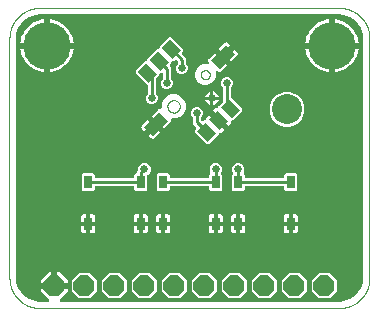
<source format=gtl>
G04 EAGLE Gerber X2 export*
G75*
%MOMM*%
%FSLAX35Y35*%
%LPD*%
%AMOC8*
5,1,8,0,0,1.08239X$1,22.5*%
G01*
%ADD10C,0.076200*%
%ADD11R,1.000000X1.300000*%
%ADD12R,1.000000X1.800000*%
%ADD13C,0.000000*%
%ADD14R,0.700000X1.100000*%
%ADD15P,1.924489X8X112.500000*%
%ADD16C,2.540000*%
%ADD17C,0.650000*%
%ADD18C,4.016000*%
%ADD19C,0.254000*%

G36*
X326768Y53985D02*
X326768Y53985D01*
X328147Y54114D01*
X328339Y54183D01*
X328542Y54209D01*
X329833Y54719D01*
X331141Y55189D01*
X331311Y55304D01*
X331500Y55379D01*
X332620Y56192D01*
X333774Y56975D01*
X333910Y57128D01*
X334074Y57248D01*
X334959Y58316D01*
X335880Y59359D01*
X335973Y59540D01*
X336103Y59698D01*
X336697Y60956D01*
X337328Y62191D01*
X337373Y62390D01*
X337460Y62575D01*
X337721Y63937D01*
X338027Y65295D01*
X338021Y65499D01*
X338059Y65699D01*
X337974Y67080D01*
X337932Y68474D01*
X337875Y68671D01*
X337863Y68874D01*
X337436Y70194D01*
X337050Y71531D01*
X336947Y71707D01*
X336884Y71901D01*
X336138Y73079D01*
X335436Y74272D01*
X335251Y74483D01*
X335183Y74589D01*
X335030Y74734D01*
X334365Y75489D01*
X266699Y143155D01*
X266699Y165101D01*
X368298Y165101D01*
X369478Y165250D01*
X370663Y165323D01*
X371050Y165448D01*
X371454Y165499D01*
X372560Y165937D01*
X373690Y166302D01*
X374034Y166520D01*
X374413Y166669D01*
X375372Y167366D01*
X376378Y168002D01*
X376658Y168300D01*
X376987Y168538D01*
X377744Y169452D01*
X378559Y170318D01*
X378756Y170674D01*
X379016Y170988D01*
X379523Y172062D01*
X380097Y173103D01*
X380199Y173498D01*
X380373Y173865D01*
X380596Y175030D01*
X380894Y176182D01*
X380933Y176787D01*
X380972Y176989D01*
X380959Y177195D01*
X380998Y177800D01*
X380998Y190502D01*
X381002Y190502D01*
X381002Y177800D01*
X381151Y176620D01*
X381224Y175436D01*
X381349Y175049D01*
X381400Y174644D01*
X381838Y173538D01*
X382203Y172409D01*
X382421Y172064D01*
X382571Y171686D01*
X383267Y170727D01*
X383903Y169720D01*
X384201Y169440D01*
X384439Y169112D01*
X385353Y168355D01*
X386219Y167539D01*
X386575Y167342D01*
X386889Y167082D01*
X387963Y166576D01*
X389004Y166001D01*
X389399Y165899D01*
X389767Y165726D01*
X390932Y165502D01*
X392083Y165204D01*
X392688Y165165D01*
X392891Y165127D01*
X393097Y165139D01*
X393701Y165101D01*
X495300Y165101D01*
X495300Y143155D01*
X427634Y75489D01*
X426785Y74394D01*
X425896Y73322D01*
X425809Y73137D01*
X425684Y72976D01*
X425133Y71703D01*
X424540Y70444D01*
X424501Y70244D01*
X424420Y70057D01*
X424203Y68687D01*
X423941Y67320D01*
X423953Y67117D01*
X423921Y66915D01*
X424051Y65533D01*
X424137Y64145D01*
X424200Y63951D01*
X424219Y63748D01*
X424689Y62439D01*
X425116Y61118D01*
X425225Y60947D01*
X425294Y60754D01*
X426073Y59606D01*
X426816Y58430D01*
X426966Y58289D01*
X427079Y58122D01*
X428117Y57205D01*
X429132Y56249D01*
X429310Y56150D01*
X429463Y56015D01*
X430698Y55384D01*
X431917Y54711D01*
X432115Y54660D01*
X432296Y54567D01*
X433650Y54262D01*
X434996Y53914D01*
X435278Y53896D01*
X435399Y53868D01*
X435608Y53875D01*
X436614Y53810D01*
X2794000Y53810D01*
X2794219Y53838D01*
X2794996Y53849D01*
X2824326Y56158D01*
X2824999Y56297D01*
X2825683Y56339D01*
X2827254Y56740D01*
X2883043Y74867D01*
X2884113Y75371D01*
X2885213Y75804D01*
X2885732Y76132D01*
X2885921Y76221D01*
X2886080Y76353D01*
X2886583Y76671D01*
X2934040Y111150D01*
X2934903Y111961D01*
X2935815Y112712D01*
X2936207Y113185D01*
X2936359Y113328D01*
X2936470Y113502D01*
X2936849Y113960D01*
X2971329Y161417D01*
X2971899Y162454D01*
X2972534Y163450D01*
X2972761Y164022D01*
X2972862Y164204D01*
X2972913Y164403D01*
X2973133Y164957D01*
X2991259Y220746D01*
X2991388Y221420D01*
X2991612Y222069D01*
X2991842Y223673D01*
X2994150Y253003D01*
X2994140Y253225D01*
X2994189Y254000D01*
X2994189Y2286000D01*
X2994162Y2286219D01*
X2994150Y2286996D01*
X2991842Y2316326D01*
X2991703Y2316999D01*
X2991661Y2317683D01*
X2991259Y2319254D01*
X2973133Y2375043D01*
X2972629Y2376113D01*
X2972196Y2377213D01*
X2971868Y2377732D01*
X2971778Y2377921D01*
X2971647Y2378080D01*
X2971329Y2378583D01*
X2936849Y2426040D01*
X2936039Y2426903D01*
X2935288Y2427815D01*
X2934815Y2428207D01*
X2934672Y2428359D01*
X2934498Y2428470D01*
X2934040Y2428849D01*
X2886583Y2463329D01*
X2885546Y2463899D01*
X2884550Y2464534D01*
X2883978Y2464761D01*
X2883795Y2464862D01*
X2883596Y2464913D01*
X2883043Y2465133D01*
X2827254Y2483259D01*
X2826579Y2483388D01*
X2825931Y2483612D01*
X2824326Y2483842D01*
X2794997Y2486150D01*
X2794775Y2486140D01*
X2794000Y2486189D01*
X254000Y2486189D01*
X253781Y2486162D01*
X253003Y2486150D01*
X223673Y2483842D01*
X223001Y2483703D01*
X222317Y2483661D01*
X220746Y2483259D01*
X164957Y2465133D01*
X163886Y2464629D01*
X162787Y2464196D01*
X162268Y2463868D01*
X162078Y2463778D01*
X161919Y2463647D01*
X161417Y2463329D01*
X113960Y2428849D01*
X113097Y2428039D01*
X112185Y2427288D01*
X111793Y2426815D01*
X111641Y2426672D01*
X111530Y2426498D01*
X111150Y2426040D01*
X76671Y2378583D01*
X76101Y2377546D01*
X75466Y2376550D01*
X75239Y2375978D01*
X75138Y2375795D01*
X75087Y2375596D01*
X74867Y2375043D01*
X72914Y2369033D01*
X72914Y2369031D01*
X72913Y2369030D01*
X56740Y2319254D01*
X56612Y2318579D01*
X56388Y2317931D01*
X56158Y2316326D01*
X53849Y2286997D01*
X53860Y2286775D01*
X53810Y2286000D01*
X53810Y254000D01*
X53838Y253781D01*
X53849Y253003D01*
X56158Y223673D01*
X56297Y223001D01*
X56339Y222317D01*
X56740Y220746D01*
X74867Y164957D01*
X75371Y163886D01*
X75804Y162787D01*
X76132Y162268D01*
X76221Y162078D01*
X76353Y161919D01*
X76671Y161417D01*
X111150Y113960D01*
X111961Y113097D01*
X112712Y112185D01*
X113185Y111793D01*
X113328Y111641D01*
X113502Y111530D01*
X113960Y111150D01*
X161417Y76671D01*
X162453Y76101D01*
X163450Y75466D01*
X164022Y75239D01*
X164204Y75138D01*
X164403Y75087D01*
X164957Y74867D01*
X220745Y56740D01*
X221420Y56612D01*
X222068Y56388D01*
X223673Y56158D01*
X253003Y53849D01*
X253225Y53860D01*
X254000Y53810D01*
X325386Y53810D01*
X326768Y53985D01*
G37*
%LPC*%
G36*
X1196057Y1725499D02*
X1196057Y1725499D01*
X1176760Y1733492D01*
X1161992Y1748260D01*
X1153999Y1767557D01*
X1153999Y1788443D01*
X1161992Y1807739D01*
X1170080Y1815827D01*
X1170683Y1816605D01*
X1171361Y1817324D01*
X1171656Y1817858D01*
X1172030Y1818340D01*
X1172421Y1819244D01*
X1172899Y1820109D01*
X1173052Y1820701D01*
X1173294Y1821259D01*
X1173448Y1822232D01*
X1173696Y1823189D01*
X1173760Y1824197D01*
X1173793Y1824401D01*
X1173781Y1824524D01*
X1173799Y1824807D01*
X1173799Y1880969D01*
X1173676Y1881946D01*
X1173647Y1882933D01*
X1173477Y1883520D01*
X1173401Y1884125D01*
X1173039Y1885040D01*
X1172765Y1885990D01*
X1172455Y1886517D01*
X1172231Y1887083D01*
X1171652Y1887881D01*
X1171151Y1888731D01*
X1170484Y1889489D01*
X1170362Y1889657D01*
X1170266Y1889737D01*
X1170080Y1889948D01*
X1067007Y1993021D01*
X1067007Y2009591D01*
X1149433Y2092017D01*
X1154717Y2092017D01*
X1155897Y2092166D01*
X1157082Y2092239D01*
X1157468Y2092364D01*
X1157873Y2092415D01*
X1158979Y2092853D01*
X1160108Y2093218D01*
X1160453Y2093436D01*
X1160831Y2093586D01*
X1161791Y2094282D01*
X1162797Y2094918D01*
X1163077Y2095216D01*
X1163406Y2095454D01*
X1164163Y2096368D01*
X1164978Y2097234D01*
X1165175Y2097590D01*
X1165435Y2097904D01*
X1165942Y2098978D01*
X1166516Y2100019D01*
X1166618Y2100414D01*
X1166792Y2100782D01*
X1167015Y2101947D01*
X1167313Y2103098D01*
X1167352Y2103703D01*
X1167391Y2103906D01*
X1167378Y2104112D01*
X1167417Y2104716D01*
X1167417Y2110707D01*
X1249843Y2193133D01*
X1257955Y2193133D01*
X1259135Y2193282D01*
X1260319Y2193355D01*
X1260706Y2193481D01*
X1261111Y2193532D01*
X1262216Y2193969D01*
X1263346Y2194334D01*
X1263690Y2194552D01*
X1264069Y2194702D01*
X1265028Y2195398D01*
X1266034Y2196035D01*
X1266315Y2196332D01*
X1266643Y2196571D01*
X1267400Y2197484D01*
X1268216Y2198350D01*
X1268413Y2198706D01*
X1268673Y2199020D01*
X1269179Y2200095D01*
X1269753Y2201135D01*
X1269856Y2201530D01*
X1270029Y2201898D01*
X1270253Y2203063D01*
X1270551Y2204215D01*
X1270589Y2204819D01*
X1270628Y2205022D01*
X1270615Y2205228D01*
X1270654Y2205833D01*
X1270654Y2211116D01*
X1353080Y2293542D01*
X1369650Y2293542D01*
X1473289Y2189903D01*
X1473289Y2173333D01*
X1464179Y2164223D01*
X1463451Y2163285D01*
X1462664Y2162394D01*
X1462479Y2162032D01*
X1462229Y2161710D01*
X1461757Y2160619D01*
X1461216Y2159562D01*
X1461127Y2159165D01*
X1460965Y2158791D01*
X1460779Y2157620D01*
X1460518Y2156458D01*
X1460530Y2156050D01*
X1460466Y2155649D01*
X1460577Y2154468D01*
X1460612Y2153279D01*
X1460725Y2152888D01*
X1460763Y2152482D01*
X1461165Y2151364D01*
X1461494Y2150222D01*
X1461701Y2149871D01*
X1461838Y2149488D01*
X1462505Y2148505D01*
X1463108Y2147481D01*
X1463508Y2147027D01*
X1463624Y2146855D01*
X1463779Y2146718D01*
X1464179Y2146264D01*
X1493200Y2117243D01*
X1493200Y2078807D01*
X1493324Y2077829D01*
X1493353Y2076842D01*
X1493523Y2076255D01*
X1493599Y2075651D01*
X1493961Y2074735D01*
X1494235Y2073785D01*
X1494545Y2073259D01*
X1494769Y2072693D01*
X1495348Y2071895D01*
X1495849Y2071044D01*
X1496516Y2070287D01*
X1496638Y2070118D01*
X1496733Y2070039D01*
X1496920Y2069827D01*
X1505008Y2061739D01*
X1513000Y2042443D01*
X1513000Y2021557D01*
X1505008Y2002260D01*
X1490239Y1987492D01*
X1470943Y1979499D01*
X1450057Y1979499D01*
X1430760Y1987492D01*
X1415992Y2002260D01*
X1407999Y2021557D01*
X1407999Y2042443D01*
X1415992Y2061739D01*
X1424080Y2069827D01*
X1424683Y2070605D01*
X1425361Y2071324D01*
X1425656Y2071858D01*
X1426030Y2072340D01*
X1426421Y2073244D01*
X1426899Y2074109D01*
X1427052Y2074701D01*
X1427294Y2075259D01*
X1427448Y2076232D01*
X1427696Y2077189D01*
X1427760Y2078197D01*
X1427793Y2078401D01*
X1427781Y2078524D01*
X1427799Y2078807D01*
X1427799Y2084892D01*
X1427676Y2085869D01*
X1427647Y2086856D01*
X1427477Y2087443D01*
X1427401Y2088048D01*
X1427039Y2088963D01*
X1426765Y2089913D01*
X1426455Y2090439D01*
X1426231Y2091006D01*
X1425652Y2091803D01*
X1425151Y2092654D01*
X1424484Y2093412D01*
X1424362Y2093580D01*
X1424266Y2093659D01*
X1424080Y2093871D01*
X1417933Y2100018D01*
X1416995Y2100746D01*
X1416104Y2101533D01*
X1415742Y2101718D01*
X1415420Y2101968D01*
X1414328Y2102441D01*
X1413272Y2102981D01*
X1412874Y2103070D01*
X1412501Y2103232D01*
X1411329Y2103418D01*
X1410168Y2103679D01*
X1409760Y2103667D01*
X1409359Y2103731D01*
X1408180Y2103620D01*
X1406988Y2103585D01*
X1406596Y2103471D01*
X1406192Y2103433D01*
X1405074Y2103032D01*
X1403932Y2102703D01*
X1403582Y2102496D01*
X1403198Y2102358D01*
X1402213Y2101691D01*
X1401191Y2101089D01*
X1400736Y2100689D01*
X1400565Y2100573D01*
X1400428Y2100418D01*
X1399973Y2100018D01*
X1390863Y2090907D01*
X1382751Y2090907D01*
X1381571Y2090758D01*
X1380387Y2090685D01*
X1380000Y2090559D01*
X1379595Y2090508D01*
X1378490Y2090071D01*
X1377360Y2089706D01*
X1377016Y2089488D01*
X1376637Y2089338D01*
X1375678Y2088642D01*
X1374672Y2088005D01*
X1374391Y2087708D01*
X1374063Y2087469D01*
X1373306Y2086556D01*
X1372490Y2085690D01*
X1372293Y2085334D01*
X1372033Y2085020D01*
X1371527Y2083945D01*
X1370953Y2082905D01*
X1370850Y2082510D01*
X1370677Y2082142D01*
X1370453Y2080977D01*
X1370155Y2079825D01*
X1370117Y2079221D01*
X1370078Y2079018D01*
X1370091Y2078812D01*
X1370052Y2078208D01*
X1370052Y2072924D01*
X1360942Y2063814D01*
X1360213Y2062876D01*
X1359427Y2061985D01*
X1359241Y2061623D01*
X1358992Y2061301D01*
X1358519Y2060210D01*
X1357979Y2059153D01*
X1357889Y2058756D01*
X1357728Y2058382D01*
X1357542Y2057211D01*
X1357280Y2056049D01*
X1357292Y2055641D01*
X1357228Y2055240D01*
X1357339Y2054059D01*
X1357375Y2052870D01*
X1357488Y2052478D01*
X1357526Y2052073D01*
X1357927Y2050955D01*
X1358257Y2049813D01*
X1358463Y2049462D01*
X1358601Y2049079D01*
X1359267Y2048097D01*
X1359871Y2047072D01*
X1360270Y2046618D01*
X1360387Y2046446D01*
X1360542Y2046309D01*
X1360942Y2045855D01*
X1366200Y2040596D01*
X1366200Y1951807D01*
X1366324Y1950829D01*
X1366353Y1949842D01*
X1366523Y1949255D01*
X1366599Y1948651D01*
X1366961Y1947735D01*
X1367235Y1946785D01*
X1367545Y1946259D01*
X1367769Y1945693D01*
X1368348Y1944895D01*
X1368849Y1944044D01*
X1369516Y1943287D01*
X1369638Y1943118D01*
X1369733Y1943039D01*
X1369920Y1942827D01*
X1378008Y1934739D01*
X1386000Y1915443D01*
X1386000Y1894557D01*
X1378008Y1875260D01*
X1363239Y1860492D01*
X1343943Y1852499D01*
X1323057Y1852499D01*
X1303760Y1860492D01*
X1288992Y1875260D01*
X1280999Y1894557D01*
X1280999Y1915443D01*
X1288992Y1934739D01*
X1297080Y1942827D01*
X1297683Y1943605D01*
X1298361Y1944324D01*
X1298656Y1944858D01*
X1299030Y1945340D01*
X1299421Y1946244D01*
X1299899Y1947109D01*
X1300052Y1947701D01*
X1300294Y1948259D01*
X1300448Y1949232D01*
X1300696Y1950189D01*
X1300760Y1951197D01*
X1300793Y1951401D01*
X1300781Y1951524D01*
X1300799Y1951807D01*
X1300799Y1977798D01*
X1300650Y1978978D01*
X1300577Y1980163D01*
X1300452Y1980550D01*
X1300401Y1980954D01*
X1299963Y1982060D01*
X1299598Y1983190D01*
X1299380Y1983534D01*
X1299231Y1983913D01*
X1298534Y1984872D01*
X1297898Y1985878D01*
X1297601Y1986158D01*
X1297362Y1986487D01*
X1296448Y1987244D01*
X1295583Y1988059D01*
X1295226Y1988256D01*
X1294912Y1988516D01*
X1293838Y1989023D01*
X1292798Y1989597D01*
X1292403Y1989699D01*
X1292035Y1989873D01*
X1290870Y1990096D01*
X1289718Y1990394D01*
X1289113Y1990433D01*
X1288911Y1990472D01*
X1288705Y1990459D01*
X1288100Y1990498D01*
X1282342Y1990498D01*
X1281162Y1990349D01*
X1279978Y1990276D01*
X1279591Y1990150D01*
X1279186Y1990099D01*
X1278080Y1989662D01*
X1276951Y1989297D01*
X1276606Y1989079D01*
X1276228Y1988929D01*
X1275268Y1988233D01*
X1274262Y1987596D01*
X1273982Y1987299D01*
X1273653Y1987060D01*
X1272897Y1986147D01*
X1272081Y1985281D01*
X1271884Y1984925D01*
X1271624Y1984611D01*
X1271118Y1983536D01*
X1270543Y1982496D01*
X1270441Y1982101D01*
X1270268Y1981733D01*
X1270044Y1980568D01*
X1269746Y1979416D01*
X1269707Y1978812D01*
X1269668Y1978609D01*
X1269681Y1978403D01*
X1269643Y1977798D01*
X1269643Y1971808D01*
X1242920Y1945085D01*
X1242317Y1944308D01*
X1241639Y1943588D01*
X1241344Y1943054D01*
X1240970Y1942572D01*
X1240578Y1941668D01*
X1240101Y1940803D01*
X1239948Y1940211D01*
X1239706Y1939653D01*
X1239552Y1938680D01*
X1239304Y1937723D01*
X1239239Y1936715D01*
X1239207Y1936511D01*
X1239218Y1936388D01*
X1239200Y1936106D01*
X1239200Y1824807D01*
X1239324Y1823829D01*
X1239353Y1822842D01*
X1239523Y1822255D01*
X1239599Y1821651D01*
X1239961Y1820735D01*
X1240235Y1819785D01*
X1240545Y1819259D01*
X1240769Y1818693D01*
X1241348Y1817895D01*
X1241849Y1817044D01*
X1242516Y1816287D01*
X1242638Y1816118D01*
X1242733Y1816039D01*
X1242920Y1815827D01*
X1251008Y1807739D01*
X1259000Y1788443D01*
X1259000Y1767557D01*
X1251008Y1748260D01*
X1236239Y1733492D01*
X1216943Y1725499D01*
X1196057Y1725499D01*
G37*
%LPD*%
%LPC*%
G36*
X2320260Y1535749D02*
X2320260Y1535749D01*
X2266230Y1558129D01*
X2224879Y1599480D01*
X2202499Y1653510D01*
X2202499Y1711989D01*
X2224879Y1766020D01*
X2266230Y1807370D01*
X2320260Y1829750D01*
X2378740Y1829750D01*
X2432770Y1807370D01*
X2474120Y1766020D01*
X2496500Y1711989D01*
X2496500Y1653510D01*
X2474120Y1599480D01*
X2432770Y1558129D01*
X2378740Y1535749D01*
X2320260Y1535749D01*
G37*
%LPD*%
%LPC*%
G36*
X623215Y988999D02*
X623215Y988999D01*
X611499Y1000715D01*
X611499Y1127285D01*
X623215Y1139000D01*
X709785Y1139000D01*
X721500Y1127285D01*
X721500Y1109400D01*
X721649Y1108220D01*
X721723Y1107035D01*
X721848Y1106648D01*
X721899Y1106244D01*
X722336Y1105138D01*
X722702Y1104008D01*
X722919Y1103664D01*
X723069Y1103286D01*
X723765Y1102326D01*
X724402Y1101320D01*
X724699Y1101040D01*
X724938Y1100711D01*
X725851Y1099954D01*
X726717Y1099139D01*
X727073Y1098942D01*
X727388Y1098682D01*
X728462Y1098175D01*
X729502Y1097601D01*
X729897Y1097499D01*
X730265Y1097325D01*
X731430Y1097102D01*
X732582Y1096804D01*
X733187Y1096765D01*
X733389Y1096726D01*
X733595Y1096739D01*
X734200Y1096700D01*
X1043800Y1096700D01*
X1044980Y1096849D01*
X1046164Y1096923D01*
X1046551Y1097048D01*
X1046956Y1097099D01*
X1048062Y1097536D01*
X1049191Y1097902D01*
X1049536Y1098119D01*
X1049914Y1098269D01*
X1050873Y1098965D01*
X1051880Y1099602D01*
X1052160Y1099899D01*
X1052488Y1100138D01*
X1053245Y1101051D01*
X1054061Y1101917D01*
X1054258Y1102273D01*
X1054518Y1102588D01*
X1055024Y1103662D01*
X1055599Y1104702D01*
X1055701Y1105097D01*
X1055874Y1105465D01*
X1056098Y1106630D01*
X1056396Y1107782D01*
X1056435Y1108387D01*
X1056473Y1108589D01*
X1056461Y1108795D01*
X1056499Y1109400D01*
X1056499Y1127285D01*
X1068544Y1139329D01*
X1068601Y1139348D01*
X1069006Y1139399D01*
X1070112Y1139836D01*
X1071241Y1140202D01*
X1071586Y1140419D01*
X1071964Y1140569D01*
X1072923Y1141265D01*
X1073930Y1141902D01*
X1074210Y1142199D01*
X1074538Y1142438D01*
X1075295Y1143351D01*
X1076111Y1144217D01*
X1076308Y1144573D01*
X1076568Y1144888D01*
X1077074Y1145962D01*
X1077649Y1147002D01*
X1077751Y1147397D01*
X1077924Y1147765D01*
X1078148Y1148930D01*
X1078446Y1150082D01*
X1078485Y1150687D01*
X1078523Y1150889D01*
X1078511Y1151095D01*
X1078549Y1151700D01*
X1078549Y1156545D01*
X1086780Y1164776D01*
X1087383Y1165553D01*
X1088061Y1166273D01*
X1088356Y1166807D01*
X1088730Y1167289D01*
X1089121Y1168193D01*
X1089599Y1169058D01*
X1089752Y1169650D01*
X1089994Y1170208D01*
X1090148Y1171181D01*
X1090396Y1172138D01*
X1090460Y1173146D01*
X1090493Y1173350D01*
X1090481Y1173473D01*
X1090499Y1173755D01*
X1090499Y1185193D01*
X1098492Y1204489D01*
X1113260Y1219258D01*
X1132557Y1227250D01*
X1153443Y1227250D01*
X1172739Y1219258D01*
X1187508Y1204489D01*
X1195500Y1185193D01*
X1195500Y1164307D01*
X1187508Y1145010D01*
X1172158Y1129661D01*
X1171578Y1129330D01*
X1171368Y1129127D01*
X1171120Y1128970D01*
X1170224Y1128019D01*
X1169293Y1127117D01*
X1169140Y1126868D01*
X1168939Y1126655D01*
X1168309Y1125514D01*
X1167629Y1124406D01*
X1167543Y1124127D01*
X1167401Y1123870D01*
X1167074Y1122609D01*
X1166691Y1121366D01*
X1166677Y1121074D01*
X1166604Y1120790D01*
X1166500Y1119173D01*
X1166500Y1000715D01*
X1154785Y988999D01*
X1068215Y988999D01*
X1056499Y1000715D01*
X1056499Y1018600D01*
X1056350Y1019780D01*
X1056277Y1020964D01*
X1056152Y1021351D01*
X1056101Y1021756D01*
X1055663Y1022862D01*
X1055298Y1023991D01*
X1055080Y1024336D01*
X1054931Y1024714D01*
X1054234Y1025673D01*
X1053598Y1026680D01*
X1053300Y1026960D01*
X1053062Y1027288D01*
X1052148Y1028045D01*
X1051283Y1028861D01*
X1050926Y1029058D01*
X1050612Y1029318D01*
X1049538Y1029824D01*
X1048498Y1030399D01*
X1048103Y1030501D01*
X1047735Y1030674D01*
X1046570Y1030898D01*
X1045418Y1031196D01*
X1044813Y1031235D01*
X1044611Y1031273D01*
X1044405Y1031261D01*
X1043800Y1031299D01*
X734200Y1031299D01*
X733020Y1031150D01*
X731835Y1031077D01*
X731448Y1030952D01*
X731044Y1030901D01*
X729938Y1030463D01*
X728808Y1030098D01*
X728464Y1029880D01*
X728086Y1029731D01*
X727126Y1029034D01*
X726120Y1028398D01*
X725840Y1028100D01*
X725511Y1027862D01*
X724754Y1026948D01*
X723939Y1026083D01*
X723742Y1025726D01*
X723482Y1025412D01*
X722975Y1024338D01*
X722401Y1023298D01*
X722299Y1022903D01*
X722125Y1022535D01*
X721902Y1021370D01*
X721604Y1020218D01*
X721565Y1019613D01*
X721526Y1019411D01*
X721539Y1019205D01*
X721500Y1018600D01*
X721500Y1000715D01*
X709785Y988999D01*
X623215Y988999D01*
G37*
%LPD*%
%LPC*%
G36*
X1258215Y988999D02*
X1258215Y988999D01*
X1246499Y1000715D01*
X1246499Y1127285D01*
X1258215Y1139000D01*
X1344785Y1139000D01*
X1356500Y1127285D01*
X1356500Y1109400D01*
X1356649Y1108220D01*
X1356723Y1107035D01*
X1356848Y1106648D01*
X1356899Y1106244D01*
X1357336Y1105138D01*
X1357702Y1104008D01*
X1357919Y1103664D01*
X1358069Y1103286D01*
X1358765Y1102326D01*
X1359402Y1101320D01*
X1359699Y1101040D01*
X1359938Y1100711D01*
X1360851Y1099954D01*
X1361717Y1099139D01*
X1362073Y1098942D01*
X1362388Y1098682D01*
X1363462Y1098175D01*
X1364502Y1097601D01*
X1364897Y1097499D01*
X1365265Y1097325D01*
X1366430Y1097102D01*
X1367582Y1096804D01*
X1368187Y1096765D01*
X1368389Y1096726D01*
X1368595Y1096739D01*
X1369200Y1096700D01*
X1678800Y1096700D01*
X1679980Y1096849D01*
X1681164Y1096923D01*
X1681551Y1097048D01*
X1681956Y1097099D01*
X1683062Y1097536D01*
X1684191Y1097902D01*
X1684536Y1098119D01*
X1684914Y1098269D01*
X1685873Y1098965D01*
X1686880Y1099602D01*
X1687160Y1099899D01*
X1687488Y1100138D01*
X1688245Y1101051D01*
X1689061Y1101917D01*
X1689258Y1102273D01*
X1689518Y1102588D01*
X1690024Y1103662D01*
X1690599Y1104702D01*
X1690701Y1105097D01*
X1690874Y1105465D01*
X1691098Y1106630D01*
X1691396Y1107782D01*
X1691435Y1108387D01*
X1691473Y1108589D01*
X1691461Y1108795D01*
X1691499Y1109400D01*
X1691499Y1127285D01*
X1697934Y1133719D01*
X1698112Y1133949D01*
X1698335Y1134139D01*
X1699087Y1135205D01*
X1699884Y1136232D01*
X1700000Y1136500D01*
X1700168Y1136739D01*
X1700632Y1137960D01*
X1701148Y1139152D01*
X1701193Y1139439D01*
X1701298Y1139713D01*
X1701443Y1141010D01*
X1701647Y1142293D01*
X1701620Y1142583D01*
X1701652Y1142874D01*
X1701471Y1144167D01*
X1701349Y1145460D01*
X1701251Y1145734D01*
X1701210Y1146024D01*
X1700687Y1147559D01*
X1693749Y1164307D01*
X1693749Y1185193D01*
X1701742Y1204489D01*
X1716510Y1219258D01*
X1735807Y1227250D01*
X1756693Y1227250D01*
X1775989Y1219258D01*
X1790758Y1204489D01*
X1798750Y1185193D01*
X1798750Y1164307D01*
X1791959Y1147912D01*
X1791883Y1147631D01*
X1791749Y1147370D01*
X1791463Y1146098D01*
X1791119Y1144844D01*
X1791115Y1144552D01*
X1791051Y1144267D01*
X1791089Y1142963D01*
X1791069Y1141663D01*
X1791137Y1141380D01*
X1791145Y1141087D01*
X1791507Y1139834D01*
X1791810Y1138570D01*
X1791947Y1138312D01*
X1792028Y1138031D01*
X1792688Y1136908D01*
X1793297Y1135757D01*
X1793493Y1135542D01*
X1793641Y1135289D01*
X1794712Y1134072D01*
X1801500Y1127284D01*
X1801500Y1000715D01*
X1789785Y988999D01*
X1703215Y988999D01*
X1691499Y1000715D01*
X1691499Y1018600D01*
X1691350Y1019780D01*
X1691277Y1020964D01*
X1691152Y1021351D01*
X1691101Y1021756D01*
X1690663Y1022862D01*
X1690298Y1023991D01*
X1690080Y1024336D01*
X1689931Y1024714D01*
X1689234Y1025673D01*
X1688598Y1026680D01*
X1688300Y1026960D01*
X1688062Y1027288D01*
X1687148Y1028045D01*
X1686283Y1028861D01*
X1685926Y1029058D01*
X1685612Y1029318D01*
X1684538Y1029824D01*
X1683498Y1030399D01*
X1683103Y1030501D01*
X1682735Y1030674D01*
X1681570Y1030898D01*
X1680418Y1031196D01*
X1679813Y1031235D01*
X1679611Y1031273D01*
X1679405Y1031261D01*
X1678800Y1031299D01*
X1369200Y1031299D01*
X1368020Y1031150D01*
X1366835Y1031077D01*
X1366448Y1030952D01*
X1366044Y1030901D01*
X1364938Y1030463D01*
X1363808Y1030098D01*
X1363464Y1029880D01*
X1363086Y1029731D01*
X1362126Y1029034D01*
X1361120Y1028398D01*
X1360840Y1028100D01*
X1360511Y1027862D01*
X1359754Y1026948D01*
X1358939Y1026083D01*
X1358742Y1025726D01*
X1358482Y1025412D01*
X1357975Y1024338D01*
X1357401Y1023298D01*
X1357299Y1022903D01*
X1357125Y1022535D01*
X1356902Y1021370D01*
X1356604Y1020218D01*
X1356565Y1019613D01*
X1356526Y1019411D01*
X1356539Y1019205D01*
X1356500Y1018600D01*
X1356500Y1000715D01*
X1344785Y988999D01*
X1258215Y988999D01*
G37*
%LPD*%
%LPC*%
G36*
X1893215Y988999D02*
X1893215Y988999D01*
X1881499Y1000715D01*
X1881499Y1127284D01*
X1888288Y1134072D01*
X1888467Y1134304D01*
X1888689Y1134493D01*
X1889438Y1135556D01*
X1890238Y1136586D01*
X1890353Y1136853D01*
X1890522Y1137092D01*
X1890985Y1138312D01*
X1891502Y1139505D01*
X1891547Y1139793D01*
X1891651Y1140066D01*
X1891797Y1141363D01*
X1892001Y1142647D01*
X1891973Y1142937D01*
X1892006Y1143228D01*
X1891825Y1144516D01*
X1891703Y1145814D01*
X1891605Y1146089D01*
X1891564Y1146378D01*
X1891040Y1147912D01*
X1884249Y1164307D01*
X1884249Y1185193D01*
X1892242Y1204489D01*
X1907010Y1219258D01*
X1926307Y1227250D01*
X1947193Y1227250D01*
X1966489Y1219258D01*
X1981258Y1204489D01*
X1989250Y1185193D01*
X1989250Y1164307D01*
X1982313Y1147559D01*
X1982235Y1147276D01*
X1982103Y1147017D01*
X1981818Y1145749D01*
X1981473Y1144490D01*
X1981468Y1144198D01*
X1981404Y1143914D01*
X1981443Y1142610D01*
X1981423Y1141310D01*
X1981490Y1141027D01*
X1981499Y1140734D01*
X1981861Y1139480D01*
X1982164Y1138216D01*
X1982300Y1137958D01*
X1982381Y1137678D01*
X1983043Y1136554D01*
X1983651Y1135404D01*
X1983847Y1135188D01*
X1983995Y1134936D01*
X1985066Y1133719D01*
X1991500Y1127285D01*
X1991500Y1109400D01*
X1991649Y1108220D01*
X1991723Y1107035D01*
X1991848Y1106648D01*
X1991899Y1106244D01*
X1992336Y1105138D01*
X1992702Y1104008D01*
X1992919Y1103664D01*
X1993069Y1103286D01*
X1993765Y1102326D01*
X1994402Y1101320D01*
X1994699Y1101040D01*
X1994938Y1100711D01*
X1995851Y1099954D01*
X1996717Y1099139D01*
X1997073Y1098942D01*
X1997388Y1098682D01*
X1998462Y1098175D01*
X1999502Y1097601D01*
X1999897Y1097499D01*
X2000265Y1097325D01*
X2001430Y1097102D01*
X2002582Y1096804D01*
X2003187Y1096765D01*
X2003389Y1096726D01*
X2003595Y1096739D01*
X2004200Y1096700D01*
X2313800Y1096700D01*
X2314980Y1096849D01*
X2316164Y1096923D01*
X2316551Y1097048D01*
X2316956Y1097099D01*
X2318062Y1097536D01*
X2319191Y1097902D01*
X2319536Y1098119D01*
X2319914Y1098269D01*
X2320873Y1098965D01*
X2321880Y1099602D01*
X2322160Y1099899D01*
X2322488Y1100138D01*
X2323245Y1101051D01*
X2324061Y1101917D01*
X2324258Y1102273D01*
X2324518Y1102588D01*
X2325024Y1103662D01*
X2325599Y1104702D01*
X2325701Y1105097D01*
X2325874Y1105465D01*
X2326098Y1106630D01*
X2326396Y1107782D01*
X2326435Y1108387D01*
X2326473Y1108589D01*
X2326461Y1108795D01*
X2326499Y1109400D01*
X2326499Y1127285D01*
X2338215Y1139000D01*
X2424785Y1139000D01*
X2436500Y1127285D01*
X2436500Y1000715D01*
X2424785Y988999D01*
X2338215Y988999D01*
X2326499Y1000715D01*
X2326499Y1018600D01*
X2326350Y1019780D01*
X2326277Y1020964D01*
X2326152Y1021351D01*
X2326101Y1021756D01*
X2325663Y1022862D01*
X2325298Y1023991D01*
X2325080Y1024336D01*
X2324931Y1024714D01*
X2324234Y1025673D01*
X2323598Y1026680D01*
X2323300Y1026960D01*
X2323062Y1027288D01*
X2322148Y1028045D01*
X2321283Y1028861D01*
X2320926Y1029058D01*
X2320612Y1029318D01*
X2319538Y1029824D01*
X2318498Y1030399D01*
X2318103Y1030501D01*
X2317735Y1030674D01*
X2316570Y1030898D01*
X2315418Y1031196D01*
X2314813Y1031235D01*
X2314611Y1031273D01*
X2314405Y1031261D01*
X2313800Y1031299D01*
X2004200Y1031299D01*
X2003020Y1031150D01*
X2001835Y1031077D01*
X2001448Y1030952D01*
X2001044Y1030901D01*
X1999938Y1030463D01*
X1998808Y1030098D01*
X1998464Y1029880D01*
X1998086Y1029731D01*
X1997126Y1029034D01*
X1996120Y1028398D01*
X1995840Y1028100D01*
X1995511Y1027862D01*
X1994754Y1026948D01*
X1993939Y1026083D01*
X1993742Y1025726D01*
X1993482Y1025412D01*
X1992975Y1024338D01*
X1992401Y1023298D01*
X1992299Y1022903D01*
X1992125Y1022535D01*
X1991902Y1021370D01*
X1991604Y1020218D01*
X1991565Y1019613D01*
X1991526Y1019411D01*
X1991539Y1019205D01*
X1991500Y1018600D01*
X1991500Y1000715D01*
X1979785Y988999D01*
X1893215Y988999D01*
G37*
%LPD*%
%LPC*%
G36*
X1267533Y1567636D02*
X1267533Y1567636D01*
X1266596Y1568363D01*
X1265704Y1569151D01*
X1265342Y1569336D01*
X1265020Y1569586D01*
X1263930Y1570058D01*
X1262872Y1570598D01*
X1262474Y1570688D01*
X1262101Y1570850D01*
X1260930Y1571036D01*
X1259768Y1571297D01*
X1259360Y1571285D01*
X1258959Y1571349D01*
X1257780Y1571238D01*
X1256589Y1571203D01*
X1256196Y1571089D01*
X1255792Y1571051D01*
X1254677Y1570651D01*
X1253532Y1570321D01*
X1253181Y1570114D01*
X1252798Y1569976D01*
X1251932Y1569389D01*
X1252086Y1569587D01*
X1252558Y1570677D01*
X1253098Y1571735D01*
X1253188Y1572133D01*
X1253350Y1572506D01*
X1253536Y1573677D01*
X1253797Y1574838D01*
X1253785Y1575247D01*
X1253849Y1575648D01*
X1253738Y1576827D01*
X1253703Y1578018D01*
X1253589Y1578411D01*
X1253551Y1578815D01*
X1253151Y1579930D01*
X1252821Y1581075D01*
X1252614Y1581426D01*
X1252476Y1581809D01*
X1251808Y1582793D01*
X1251207Y1583816D01*
X1250808Y1584269D01*
X1250691Y1584442D01*
X1250534Y1584580D01*
X1250136Y1585033D01*
X1205518Y1629651D01*
X1253845Y1677977D01*
X1259637Y1681321D01*
X1266097Y1683052D01*
X1274450Y1683052D01*
X1275630Y1683201D01*
X1276814Y1683274D01*
X1277201Y1683400D01*
X1277606Y1683451D01*
X1278711Y1683888D01*
X1279841Y1684253D01*
X1280185Y1684471D01*
X1280564Y1684621D01*
X1281523Y1685317D01*
X1282529Y1685954D01*
X1282810Y1686251D01*
X1283138Y1686490D01*
X1283895Y1687403D01*
X1284711Y1688269D01*
X1284908Y1688625D01*
X1285168Y1688939D01*
X1285674Y1690014D01*
X1286248Y1691054D01*
X1286351Y1691449D01*
X1286524Y1691817D01*
X1286748Y1692982D01*
X1287046Y1694134D01*
X1287084Y1694738D01*
X1287123Y1694941D01*
X1287110Y1695147D01*
X1287149Y1695752D01*
X1287149Y1727538D01*
X1302754Y1765212D01*
X1331587Y1794045D01*
X1369261Y1809650D01*
X1410038Y1809650D01*
X1447712Y1794045D01*
X1476545Y1765212D01*
X1492150Y1727538D01*
X1492150Y1686761D01*
X1476545Y1649087D01*
X1447712Y1620254D01*
X1410038Y1604649D01*
X1378252Y1604649D01*
X1377072Y1604500D01*
X1375887Y1604427D01*
X1375500Y1604302D01*
X1375096Y1604251D01*
X1373990Y1603813D01*
X1372860Y1603448D01*
X1372516Y1603230D01*
X1372138Y1603080D01*
X1371178Y1602384D01*
X1370172Y1601748D01*
X1369892Y1601450D01*
X1369563Y1601212D01*
X1368806Y1600298D01*
X1367991Y1599432D01*
X1367794Y1599076D01*
X1367534Y1598762D01*
X1367027Y1597688D01*
X1366453Y1596647D01*
X1366351Y1596252D01*
X1366177Y1595884D01*
X1365954Y1594719D01*
X1365656Y1593568D01*
X1365617Y1592963D01*
X1365578Y1592760D01*
X1365591Y1592554D01*
X1365552Y1591950D01*
X1365552Y1583597D01*
X1363821Y1577137D01*
X1360477Y1571345D01*
X1312151Y1523018D01*
X1267533Y1567636D01*
G37*
%LPD*%
%LPC*%
G36*
X1796802Y1599102D02*
X1796802Y1599102D01*
X1795866Y1599828D01*
X1794973Y1600617D01*
X1794610Y1600803D01*
X1794289Y1601052D01*
X1793200Y1601523D01*
X1792141Y1602065D01*
X1791743Y1602154D01*
X1791370Y1602316D01*
X1790199Y1602502D01*
X1789038Y1602763D01*
X1788629Y1602751D01*
X1788228Y1602815D01*
X1787049Y1602704D01*
X1785858Y1602669D01*
X1785465Y1602556D01*
X1785061Y1602518D01*
X1783946Y1602117D01*
X1782801Y1601787D01*
X1782450Y1601580D01*
X1782067Y1601443D01*
X1781203Y1600856D01*
X1781355Y1601053D01*
X1781827Y1602143D01*
X1782368Y1603201D01*
X1782458Y1603599D01*
X1782619Y1603972D01*
X1782805Y1605143D01*
X1783067Y1606304D01*
X1783054Y1606713D01*
X1783118Y1607114D01*
X1783007Y1608293D01*
X1782972Y1609484D01*
X1782859Y1609877D01*
X1782821Y1610281D01*
X1782420Y1611396D01*
X1782090Y1612541D01*
X1781883Y1612892D01*
X1781746Y1613275D01*
X1781078Y1614259D01*
X1780476Y1615282D01*
X1780077Y1615735D01*
X1779960Y1615908D01*
X1779804Y1616046D01*
X1779405Y1616499D01*
X1724181Y1671723D01*
X1744223Y1691766D01*
X1750015Y1695110D01*
X1756475Y1696841D01*
X1757172Y1696841D01*
X1758352Y1696990D01*
X1759537Y1697063D01*
X1759923Y1697188D01*
X1760328Y1697239D01*
X1761434Y1697677D01*
X1762563Y1698042D01*
X1762908Y1698260D01*
X1763286Y1698410D01*
X1764246Y1699106D01*
X1765252Y1699743D01*
X1765532Y1700040D01*
X1765861Y1700278D01*
X1766618Y1701192D01*
X1767433Y1702058D01*
X1767630Y1702414D01*
X1767890Y1702728D01*
X1768397Y1703803D01*
X1768971Y1704843D01*
X1769073Y1705238D01*
X1769247Y1705606D01*
X1769470Y1706771D01*
X1769768Y1707923D01*
X1769807Y1708527D01*
X1769846Y1708730D01*
X1769833Y1708936D01*
X1769872Y1709540D01*
X1769872Y1709777D01*
X1805080Y1744985D01*
X1805684Y1745764D01*
X1806361Y1746483D01*
X1806656Y1747017D01*
X1807030Y1747498D01*
X1807421Y1748403D01*
X1807899Y1749268D01*
X1808052Y1749859D01*
X1808294Y1750418D01*
X1808448Y1751390D01*
X1808696Y1752347D01*
X1808760Y1753355D01*
X1808793Y1753559D01*
X1808781Y1753682D01*
X1808799Y1753965D01*
X1808799Y1858193D01*
X1808676Y1859171D01*
X1808647Y1860158D01*
X1808477Y1860745D01*
X1808401Y1861349D01*
X1808039Y1862265D01*
X1807765Y1863214D01*
X1807455Y1863741D01*
X1807231Y1864307D01*
X1806652Y1865105D01*
X1806151Y1865956D01*
X1805484Y1866713D01*
X1805362Y1866882D01*
X1805266Y1866961D01*
X1805080Y1867173D01*
X1796992Y1875260D01*
X1788999Y1894557D01*
X1788999Y1915443D01*
X1796992Y1934739D01*
X1811760Y1949508D01*
X1831057Y1957500D01*
X1851943Y1957500D01*
X1871239Y1949508D01*
X1886008Y1934739D01*
X1894000Y1915443D01*
X1894000Y1894557D01*
X1886008Y1875260D01*
X1877920Y1867173D01*
X1877317Y1866395D01*
X1876639Y1865676D01*
X1876344Y1865141D01*
X1875970Y1864660D01*
X1875578Y1863755D01*
X1875101Y1862891D01*
X1874948Y1862298D01*
X1874706Y1861740D01*
X1874552Y1860768D01*
X1874304Y1859811D01*
X1874239Y1858803D01*
X1874207Y1858599D01*
X1874218Y1858476D01*
X1874200Y1858193D01*
X1874200Y1792131D01*
X1874324Y1791153D01*
X1874353Y1790166D01*
X1874523Y1789579D01*
X1874599Y1788975D01*
X1874962Y1788057D01*
X1875235Y1787109D01*
X1875544Y1786584D01*
X1875769Y1786017D01*
X1876349Y1785218D01*
X1876849Y1784368D01*
X1877516Y1783611D01*
X1877638Y1783442D01*
X1877733Y1783363D01*
X1877920Y1783151D01*
X1972507Y1688564D01*
X1972507Y1671995D01*
X1890081Y1589568D01*
X1889843Y1589568D01*
X1888663Y1589419D01*
X1887479Y1589346D01*
X1887092Y1589221D01*
X1886688Y1589170D01*
X1885582Y1588733D01*
X1884452Y1588367D01*
X1884108Y1588149D01*
X1883729Y1588000D01*
X1882770Y1587303D01*
X1881764Y1586667D01*
X1881483Y1586369D01*
X1881155Y1586131D01*
X1880398Y1585218D01*
X1879583Y1584352D01*
X1879386Y1583995D01*
X1879126Y1583681D01*
X1878619Y1582607D01*
X1878045Y1581567D01*
X1877943Y1581172D01*
X1877769Y1580804D01*
X1877546Y1579639D01*
X1877248Y1578487D01*
X1877209Y1577882D01*
X1877170Y1577680D01*
X1877183Y1577474D01*
X1877144Y1576869D01*
X1877144Y1576172D01*
X1875413Y1569712D01*
X1872069Y1563920D01*
X1852027Y1543878D01*
X1796802Y1599102D01*
G37*
%LPD*%
%LPC*%
G36*
X1671985Y1388043D02*
X1671985Y1388043D01*
X1568346Y1491682D01*
X1568346Y1508252D01*
X1577457Y1517362D01*
X1578185Y1518301D01*
X1578972Y1519191D01*
X1579157Y1519554D01*
X1579407Y1519876D01*
X1579879Y1520966D01*
X1580420Y1522024D01*
X1580509Y1522421D01*
X1580671Y1522795D01*
X1580857Y1523966D01*
X1581118Y1525127D01*
X1581106Y1525535D01*
X1581170Y1525937D01*
X1581059Y1527118D01*
X1581024Y1528307D01*
X1580911Y1528698D01*
X1580873Y1529104D01*
X1580471Y1530221D01*
X1580142Y1531363D01*
X1579935Y1531715D01*
X1579798Y1532098D01*
X1579131Y1533080D01*
X1578528Y1534105D01*
X1578128Y1534559D01*
X1578012Y1534730D01*
X1577857Y1534868D01*
X1577457Y1535322D01*
X1554799Y1557979D01*
X1554799Y1604193D01*
X1554676Y1605171D01*
X1554647Y1606158D01*
X1554477Y1606745D01*
X1554401Y1607349D01*
X1554039Y1608265D01*
X1553765Y1609214D01*
X1553455Y1609741D01*
X1553231Y1610307D01*
X1552652Y1611105D01*
X1552151Y1611956D01*
X1551484Y1612713D01*
X1551362Y1612882D01*
X1551266Y1612961D01*
X1551080Y1613173D01*
X1542992Y1621260D01*
X1534999Y1640557D01*
X1534999Y1661443D01*
X1542992Y1680739D01*
X1557760Y1695508D01*
X1577057Y1703500D01*
X1597943Y1703500D01*
X1617239Y1695508D01*
X1632008Y1680739D01*
X1640000Y1661443D01*
X1640000Y1640557D01*
X1632008Y1621260D01*
X1623920Y1613173D01*
X1623317Y1612395D01*
X1622639Y1611676D01*
X1622344Y1611141D01*
X1621970Y1610660D01*
X1621578Y1609755D01*
X1621101Y1608891D01*
X1620948Y1608299D01*
X1620706Y1607740D01*
X1620552Y1606768D01*
X1620304Y1605811D01*
X1620239Y1604803D01*
X1620207Y1604599D01*
X1620218Y1604476D01*
X1620200Y1604193D01*
X1620200Y1590765D01*
X1620375Y1589384D01*
X1620504Y1588003D01*
X1620573Y1587811D01*
X1620599Y1587609D01*
X1621109Y1586319D01*
X1621579Y1585009D01*
X1621694Y1584840D01*
X1621769Y1584651D01*
X1622582Y1583531D01*
X1623365Y1582376D01*
X1623518Y1582241D01*
X1623638Y1582076D01*
X1624709Y1581189D01*
X1625749Y1580270D01*
X1625929Y1580178D01*
X1626088Y1580047D01*
X1627350Y1579452D01*
X1628582Y1578822D01*
X1628780Y1578778D01*
X1628965Y1578690D01*
X1630329Y1578429D01*
X1631685Y1578123D01*
X1631889Y1578129D01*
X1632089Y1578091D01*
X1633470Y1578177D01*
X1634865Y1578218D01*
X1635062Y1578275D01*
X1635264Y1578288D01*
X1636583Y1578714D01*
X1637921Y1579100D01*
X1638097Y1579204D01*
X1638291Y1579267D01*
X1639467Y1580010D01*
X1640663Y1580714D01*
X1640874Y1580900D01*
X1640979Y1580967D01*
X1641123Y1581119D01*
X1641880Y1581785D01*
X1650773Y1590678D01*
X1651009Y1590678D01*
X1652189Y1590827D01*
X1653374Y1590900D01*
X1653761Y1591026D01*
X1654165Y1591077D01*
X1655271Y1591514D01*
X1656401Y1591879D01*
X1656745Y1592097D01*
X1657123Y1592247D01*
X1658083Y1592943D01*
X1659089Y1593580D01*
X1659369Y1593877D01*
X1659698Y1594116D01*
X1660455Y1595029D01*
X1661270Y1595895D01*
X1661467Y1596251D01*
X1661727Y1596565D01*
X1662234Y1597640D01*
X1662808Y1598680D01*
X1662910Y1599075D01*
X1663084Y1599443D01*
X1663307Y1600608D01*
X1663605Y1601760D01*
X1663644Y1602364D01*
X1663683Y1602567D01*
X1663670Y1602773D01*
X1663709Y1603378D01*
X1663709Y1604074D01*
X1665440Y1610534D01*
X1668784Y1616326D01*
X1688826Y1636368D01*
X1744050Y1581144D01*
X1744936Y1580458D01*
X1745237Y1580174D01*
X1745307Y1580135D01*
X1745879Y1579629D01*
X1746243Y1579444D01*
X1746564Y1579194D01*
X1747653Y1578723D01*
X1748712Y1578182D01*
X1749109Y1578092D01*
X1749483Y1577930D01*
X1750653Y1577744D01*
X1751815Y1577483D01*
X1752223Y1577495D01*
X1752624Y1577431D01*
X1753804Y1577542D01*
X1754995Y1577578D01*
X1755387Y1577691D01*
X1755792Y1577729D01*
X1756907Y1578129D01*
X1758051Y1578459D01*
X1758403Y1578666D01*
X1758786Y1578804D01*
X1759650Y1579390D01*
X1759498Y1579193D01*
X1759026Y1578103D01*
X1758485Y1577045D01*
X1758395Y1576648D01*
X1758233Y1576274D01*
X1758048Y1575103D01*
X1757786Y1573942D01*
X1757798Y1573534D01*
X1757734Y1573133D01*
X1757845Y1571953D01*
X1757881Y1570762D01*
X1757994Y1570370D01*
X1758032Y1569965D01*
X1758433Y1568850D01*
X1758763Y1567706D01*
X1758969Y1567354D01*
X1759107Y1566971D01*
X1759775Y1565987D01*
X1760377Y1564964D01*
X1760776Y1564511D01*
X1760893Y1564338D01*
X1761049Y1564200D01*
X1761448Y1563747D01*
X1816672Y1508523D01*
X1796629Y1488481D01*
X1790838Y1485137D01*
X1784378Y1483406D01*
X1783681Y1483406D01*
X1782501Y1483257D01*
X1781316Y1483183D01*
X1780929Y1483058D01*
X1780525Y1483007D01*
X1779419Y1482570D01*
X1778289Y1482204D01*
X1777945Y1481987D01*
X1777567Y1481837D01*
X1776607Y1481141D01*
X1775601Y1480504D01*
X1775321Y1480207D01*
X1774992Y1479968D01*
X1774235Y1479055D01*
X1773420Y1478189D01*
X1773223Y1477833D01*
X1772963Y1477518D01*
X1772456Y1476444D01*
X1771882Y1475404D01*
X1771780Y1475009D01*
X1771606Y1474641D01*
X1771383Y1473476D01*
X1771085Y1472324D01*
X1771046Y1471719D01*
X1771007Y1471517D01*
X1771020Y1471311D01*
X1770981Y1470706D01*
X1770981Y1470469D01*
X1688555Y1388043D01*
X1671985Y1388043D01*
G37*
%LPD*%
%LPC*%
G36*
X1097892Y81599D02*
X1097892Y81599D01*
X1034099Y145392D01*
X1034099Y235608D01*
X1097892Y299400D01*
X1188108Y299400D01*
X1251900Y235608D01*
X1251900Y145392D01*
X1188108Y81599D01*
X1097892Y81599D01*
G37*
%LPD*%
%LPC*%
G36*
X1351892Y81599D02*
X1351892Y81599D01*
X1288099Y145392D01*
X1288099Y235608D01*
X1351892Y299400D01*
X1442108Y299400D01*
X1505900Y235608D01*
X1505900Y145392D01*
X1442108Y81599D01*
X1351892Y81599D01*
G37*
%LPD*%
%LPC*%
G36*
X589892Y81599D02*
X589892Y81599D01*
X526099Y145392D01*
X526099Y235608D01*
X589892Y299400D01*
X680108Y299400D01*
X743900Y235608D01*
X743900Y145392D01*
X680108Y81599D01*
X589892Y81599D01*
G37*
%LPD*%
%LPC*%
G36*
X1605892Y81599D02*
X1605892Y81599D01*
X1542099Y145392D01*
X1542099Y235608D01*
X1605892Y299400D01*
X1696108Y299400D01*
X1759900Y235608D01*
X1759900Y145392D01*
X1696108Y81599D01*
X1605892Y81599D01*
G37*
%LPD*%
%LPC*%
G36*
X1859892Y81599D02*
X1859892Y81599D01*
X1796099Y145392D01*
X1796099Y235608D01*
X1859892Y299400D01*
X1950108Y299400D01*
X2013900Y235608D01*
X2013900Y145392D01*
X1950108Y81599D01*
X1859892Y81599D01*
G37*
%LPD*%
%LPC*%
G36*
X2113892Y81599D02*
X2113892Y81599D01*
X2050099Y145392D01*
X2050099Y235608D01*
X2113892Y299400D01*
X2204108Y299400D01*
X2267900Y235608D01*
X2267900Y145392D01*
X2204108Y81599D01*
X2113892Y81599D01*
G37*
%LPD*%
%LPC*%
G36*
X2621892Y81599D02*
X2621892Y81599D01*
X2558099Y145392D01*
X2558099Y235608D01*
X2621892Y299400D01*
X2712108Y299400D01*
X2775900Y235608D01*
X2775900Y145392D01*
X2712108Y81599D01*
X2621892Y81599D01*
G37*
%LPD*%
%LPC*%
G36*
X2367892Y81599D02*
X2367892Y81599D01*
X2304099Y145392D01*
X2304099Y235608D01*
X2367892Y299400D01*
X2458108Y299400D01*
X2521900Y235608D01*
X2521900Y145392D01*
X2458108Y81599D01*
X2367892Y81599D01*
G37*
%LPD*%
%LPC*%
G36*
X843892Y81599D02*
X843892Y81599D01*
X780099Y145392D01*
X780099Y235608D01*
X843892Y299400D01*
X934108Y299400D01*
X997900Y235608D01*
X997900Y145392D01*
X934108Y81599D01*
X843892Y81599D01*
G37*
%LPD*%
%LPC*%
G36*
X1640945Y1888349D02*
X1640945Y1888349D01*
X1608784Y1901671D01*
X1584171Y1926284D01*
X1570849Y1958445D01*
X1570849Y1993255D01*
X1584171Y2025415D01*
X1608784Y2050029D01*
X1640945Y2063350D01*
X1675406Y2063350D01*
X1676719Y2063516D01*
X1678036Y2063626D01*
X1678292Y2063715D01*
X1678562Y2063749D01*
X1679792Y2064236D01*
X1681041Y2064669D01*
X1681267Y2064819D01*
X1681520Y2064919D01*
X1682590Y2065696D01*
X1683693Y2066427D01*
X1683875Y2066628D01*
X1684094Y2066788D01*
X1684939Y2067808D01*
X1685824Y2068788D01*
X1685950Y2069028D01*
X1686124Y2069238D01*
X1686689Y2070436D01*
X1687302Y2071605D01*
X1687364Y2071869D01*
X1687480Y2072115D01*
X1687728Y2073409D01*
X1688033Y2074701D01*
X1688028Y2074973D01*
X1688079Y2075239D01*
X1687998Y2076558D01*
X1687973Y2077881D01*
X1687900Y2078143D01*
X1687883Y2078414D01*
X1687477Y2079671D01*
X1687123Y2080947D01*
X1686953Y2081291D01*
X1686904Y2081441D01*
X1686786Y2081628D01*
X1686404Y2082400D01*
X1684178Y2086254D01*
X1682447Y2092714D01*
X1682447Y2099403D01*
X1684178Y2105863D01*
X1687522Y2111655D01*
X1735849Y2159981D01*
X1780466Y2115363D01*
X1781403Y2114637D01*
X1782295Y2113848D01*
X1782657Y2113663D01*
X1782979Y2113413D01*
X1784069Y2112942D01*
X1785127Y2112401D01*
X1785525Y2112311D01*
X1785898Y2112149D01*
X1787069Y2111963D01*
X1788231Y2111702D01*
X1788639Y2111714D01*
X1789040Y2111650D01*
X1790219Y2111761D01*
X1791410Y2111797D01*
X1791803Y2111910D01*
X1792207Y2111948D01*
X1793323Y2112348D01*
X1794467Y2112678D01*
X1794818Y2112885D01*
X1795201Y2113023D01*
X1796067Y2113610D01*
X1795913Y2113412D01*
X1795442Y2112322D01*
X1794901Y2111264D01*
X1794811Y2110866D01*
X1794649Y2110493D01*
X1794463Y2109322D01*
X1794202Y2108161D01*
X1794214Y2107753D01*
X1794150Y2107351D01*
X1794261Y2106172D01*
X1794297Y2104981D01*
X1794410Y2104588D01*
X1794448Y2104184D01*
X1794849Y2103065D01*
X1795179Y2101924D01*
X1795385Y2101574D01*
X1795523Y2101190D01*
X1796192Y2100204D01*
X1796793Y2099183D01*
X1797192Y2098730D01*
X1797308Y2098557D01*
X1797465Y2098419D01*
X1797863Y2097966D01*
X1842481Y2053349D01*
X1794155Y2005022D01*
X1788363Y2001678D01*
X1781903Y1999947D01*
X1775214Y1999947D01*
X1768754Y2001678D01*
X1764900Y2003904D01*
X1763680Y2004417D01*
X1762484Y2004980D01*
X1762218Y2005031D01*
X1761967Y2005137D01*
X1760657Y2005331D01*
X1759360Y2005579D01*
X1759090Y2005563D01*
X1758820Y2005603D01*
X1757503Y2005465D01*
X1756185Y2005383D01*
X1755927Y2005300D01*
X1755657Y2005271D01*
X1754416Y2004811D01*
X1753158Y2004404D01*
X1752929Y2004259D01*
X1752674Y2004164D01*
X1751589Y2003412D01*
X1750470Y2002704D01*
X1750283Y2002505D01*
X1750061Y2002351D01*
X1749198Y2001353D01*
X1748289Y2000388D01*
X1748157Y2000150D01*
X1747980Y1999945D01*
X1747391Y1998763D01*
X1746751Y1997603D01*
X1746683Y1997340D01*
X1746562Y1997097D01*
X1746285Y1995804D01*
X1745954Y1994524D01*
X1745929Y1994141D01*
X1745896Y1993987D01*
X1745905Y1993765D01*
X1745850Y1992906D01*
X1745850Y1958445D01*
X1732529Y1926284D01*
X1707915Y1901671D01*
X1675755Y1888349D01*
X1640945Y1888349D01*
G37*
%LPD*%
%LPC*%
G36*
X342899Y2247899D02*
X342899Y2247899D01*
X342899Y2447270D01*
X355449Y2445856D01*
X380220Y2440202D01*
X404198Y2431812D01*
X427091Y2420787D01*
X448603Y2407271D01*
X468466Y2391430D01*
X486430Y2373466D01*
X502271Y2353603D01*
X515787Y2332091D01*
X526812Y2309198D01*
X535202Y2285220D01*
X540856Y2260449D01*
X542270Y2247899D01*
X342899Y2247899D01*
G37*
%LPD*%
%LPC*%
G36*
X2755899Y2247899D02*
X2755899Y2247899D01*
X2755899Y2447270D01*
X2768449Y2445856D01*
X2793220Y2440202D01*
X2817198Y2431812D01*
X2840091Y2420787D01*
X2861603Y2407271D01*
X2881466Y2391430D01*
X2899430Y2373466D01*
X2915271Y2353603D01*
X2928787Y2332091D01*
X2939812Y2309198D01*
X2948202Y2285220D01*
X2953856Y2260449D01*
X2955270Y2247899D01*
X2755899Y2247899D01*
G37*
%LPD*%
%LPC*%
G36*
X92730Y2247899D02*
X92730Y2247899D01*
X94144Y2260449D01*
X99798Y2285220D01*
X108188Y2309198D01*
X119213Y2332091D01*
X119711Y2332885D01*
X119712Y2332886D01*
X119713Y2332887D01*
X132729Y2353603D01*
X148570Y2373466D01*
X166533Y2391430D01*
X186397Y2407271D01*
X207909Y2420787D01*
X230802Y2431812D01*
X254780Y2440202D01*
X279551Y2445856D01*
X292101Y2447270D01*
X292101Y2247899D01*
X92730Y2247899D01*
G37*
%LPD*%
%LPC*%
G36*
X2505730Y2247899D02*
X2505730Y2247899D01*
X2507144Y2260449D01*
X2512798Y2285220D01*
X2521188Y2309198D01*
X2532213Y2332091D01*
X2532711Y2332885D01*
X2532712Y2332886D01*
X2532713Y2332887D01*
X2545729Y2353603D01*
X2561570Y2373466D01*
X2579533Y2391430D01*
X2599397Y2407271D01*
X2620909Y2420787D01*
X2643802Y2431812D01*
X2667780Y2440202D01*
X2692551Y2445856D01*
X2705101Y2447270D01*
X2705101Y2247899D01*
X2505730Y2247899D01*
G37*
%LPD*%
%LPC*%
G36*
X342899Y2197101D02*
X342899Y2197101D01*
X542270Y2197101D01*
X540856Y2184551D01*
X535202Y2159780D01*
X526812Y2135802D01*
X515787Y2112909D01*
X510958Y2105223D01*
X510957Y2105222D01*
X510956Y2105221D01*
X502271Y2091397D01*
X486430Y2071533D01*
X468466Y2053570D01*
X448603Y2037729D01*
X427091Y2024213D01*
X404198Y2013188D01*
X380220Y2004798D01*
X355449Y1999144D01*
X342899Y1997730D01*
X342899Y2197101D01*
G37*
%LPD*%
%LPC*%
G36*
X2755899Y2197101D02*
X2755899Y2197101D01*
X2955270Y2197101D01*
X2953856Y2184551D01*
X2948202Y2159780D01*
X2939812Y2135802D01*
X2928787Y2112909D01*
X2923958Y2105223D01*
X2923957Y2105222D01*
X2923956Y2105221D01*
X2915271Y2091397D01*
X2899430Y2071533D01*
X2881466Y2053570D01*
X2861603Y2037729D01*
X2840091Y2024213D01*
X2817198Y2013188D01*
X2793220Y2004798D01*
X2768449Y1999144D01*
X2755899Y1997730D01*
X2755899Y2197101D01*
G37*
%LPD*%
%LPC*%
G36*
X2692551Y1999144D02*
X2692551Y1999144D01*
X2667780Y2004798D01*
X2643802Y2013188D01*
X2620909Y2024213D01*
X2599397Y2037729D01*
X2579533Y2053570D01*
X2561570Y2071533D01*
X2545729Y2091397D01*
X2532213Y2112909D01*
X2521188Y2135802D01*
X2512798Y2159780D01*
X2507144Y2184551D01*
X2505730Y2197101D01*
X2705101Y2197101D01*
X2705101Y1997730D01*
X2692551Y1999144D01*
G37*
%LPD*%
%LPC*%
G36*
X279551Y1999144D02*
X279551Y1999144D01*
X254780Y2004798D01*
X230802Y2013188D01*
X207909Y2024213D01*
X186397Y2037729D01*
X166533Y2053570D01*
X148570Y2071533D01*
X132729Y2091397D01*
X119213Y2112909D01*
X108188Y2135802D01*
X99798Y2159780D01*
X94144Y2184551D01*
X92730Y2197101D01*
X292101Y2197101D01*
X292101Y1997730D01*
X279551Y1999144D01*
G37*
%LPD*%
%LPC*%
G36*
X406399Y215899D02*
X406399Y215899D01*
X406399Y304800D01*
X428345Y304800D01*
X495300Y237845D01*
X495300Y215899D01*
X406399Y215899D01*
G37*
%LPD*%
%LPC*%
G36*
X266699Y215899D02*
X266699Y215899D01*
X266699Y237845D01*
X333655Y304800D01*
X355601Y304800D01*
X355601Y215899D01*
X266699Y215899D01*
G37*
%LPD*%
%LPC*%
G36*
X1771203Y2195336D02*
X1771203Y2195336D01*
X1819530Y2243663D01*
X1825322Y2247007D01*
X1831782Y2248738D01*
X1838471Y2248738D01*
X1844931Y2247007D01*
X1850722Y2243663D01*
X1870765Y2223620D01*
X1806843Y2159697D01*
X1771203Y2195336D01*
G37*
%LPD*%
%LPC*%
G36*
X1842197Y2124343D02*
X1842197Y2124343D01*
X1906120Y2188265D01*
X1926163Y2168222D01*
X1929507Y2162431D01*
X1931238Y2155971D01*
X1931238Y2149282D01*
X1929507Y2142822D01*
X1926163Y2137030D01*
X1877836Y2088703D01*
X1842197Y2124343D01*
G37*
%LPD*%
%LPC*%
G36*
X1209528Y1434262D02*
X1209528Y1434262D01*
X1203068Y1435993D01*
X1197277Y1439337D01*
X1177234Y1459379D01*
X1241157Y1523302D01*
X1276796Y1487663D01*
X1228469Y1439337D01*
X1222678Y1435993D01*
X1216218Y1434262D01*
X1209528Y1434262D01*
G37*
%LPD*%
%LPC*%
G36*
X1121837Y1514777D02*
X1121837Y1514777D01*
X1118493Y1520568D01*
X1116762Y1527028D01*
X1116762Y1533718D01*
X1118493Y1540178D01*
X1121837Y1545969D01*
X1170163Y1594296D01*
X1205802Y1558657D01*
X1141879Y1494734D01*
X1121837Y1514777D01*
G37*
%LPD*%
%LPC*%
G36*
X1128999Y731499D02*
X1128999Y731499D01*
X1128999Y794400D01*
X1149844Y794400D01*
X1156304Y792669D01*
X1162096Y789325D01*
X1166825Y784596D01*
X1170169Y778804D01*
X1171900Y772344D01*
X1171900Y731499D01*
X1128999Y731499D01*
G37*
%LPD*%
%LPC*%
G36*
X683999Y731499D02*
X683999Y731499D01*
X683999Y794400D01*
X704844Y794400D01*
X711304Y792669D01*
X717096Y789325D01*
X721825Y784596D01*
X725169Y778804D01*
X726900Y772344D01*
X726900Y731499D01*
X683999Y731499D01*
G37*
%LPD*%
%LPC*%
G36*
X2398999Y731499D02*
X2398999Y731499D01*
X2398999Y794400D01*
X2419844Y794400D01*
X2426304Y792669D01*
X2432096Y789325D01*
X2436825Y784596D01*
X2440169Y778804D01*
X2441900Y772344D01*
X2441900Y731499D01*
X2398999Y731499D01*
G37*
%LPD*%
%LPC*%
G36*
X1318999Y731499D02*
X1318999Y731499D01*
X1318999Y794400D01*
X1339844Y794400D01*
X1346304Y792669D01*
X1352096Y789325D01*
X1356825Y784596D01*
X1360169Y778804D01*
X1361900Y772344D01*
X1361900Y731499D01*
X1318999Y731499D01*
G37*
%LPD*%
%LPC*%
G36*
X1953999Y731499D02*
X1953999Y731499D01*
X1953999Y794400D01*
X1974844Y794400D01*
X1981304Y792669D01*
X1987096Y789325D01*
X1991825Y784596D01*
X1995169Y778804D01*
X1996900Y772344D01*
X1996900Y731499D01*
X1953999Y731499D01*
G37*
%LPD*%
%LPC*%
G36*
X1763999Y731499D02*
X1763999Y731499D01*
X1763999Y794400D01*
X1784844Y794400D01*
X1791304Y792669D01*
X1797096Y789325D01*
X1801825Y784596D01*
X1805169Y778804D01*
X1806900Y772344D01*
X1806900Y731499D01*
X1763999Y731499D01*
G37*
%LPD*%
%LPC*%
G36*
X1051099Y731499D02*
X1051099Y731499D01*
X1051099Y772344D01*
X1052830Y778804D01*
X1056174Y784596D01*
X1060903Y789325D01*
X1066695Y792669D01*
X1073155Y794400D01*
X1094000Y794400D01*
X1094000Y731499D01*
X1051099Y731499D01*
G37*
%LPD*%
%LPC*%
G36*
X606099Y731499D02*
X606099Y731499D01*
X606099Y772344D01*
X607830Y778804D01*
X611174Y784596D01*
X615903Y789325D01*
X621695Y792669D01*
X628155Y794400D01*
X649000Y794400D01*
X649000Y731499D01*
X606099Y731499D01*
G37*
%LPD*%
%LPC*%
G36*
X2321099Y731499D02*
X2321099Y731499D01*
X2321099Y772344D01*
X2322830Y778804D01*
X2326174Y784596D01*
X2330903Y789325D01*
X2336695Y792669D01*
X2343155Y794400D01*
X2364000Y794400D01*
X2364000Y731499D01*
X2321099Y731499D01*
G37*
%LPD*%
%LPC*%
G36*
X1241099Y731499D02*
X1241099Y731499D01*
X1241099Y772344D01*
X1242830Y778804D01*
X1246174Y784596D01*
X1250903Y789325D01*
X1256695Y792669D01*
X1263155Y794400D01*
X1284000Y794400D01*
X1284000Y731499D01*
X1241099Y731499D01*
G37*
%LPD*%
%LPC*%
G36*
X1876099Y731499D02*
X1876099Y731499D01*
X1876099Y772344D01*
X1877830Y778804D01*
X1881174Y784596D01*
X1885903Y789325D01*
X1891695Y792669D01*
X1898155Y794400D01*
X1919000Y794400D01*
X1919000Y731499D01*
X1876099Y731499D01*
G37*
%LPD*%
%LPC*%
G36*
X1686099Y731499D02*
X1686099Y731499D01*
X1686099Y772344D01*
X1687830Y778804D01*
X1691174Y784596D01*
X1695903Y789325D01*
X1701695Y792669D01*
X1708155Y794400D01*
X1729000Y794400D01*
X1729000Y731499D01*
X1686099Y731499D01*
G37*
%LPD*%
%LPC*%
G36*
X1763999Y633599D02*
X1763999Y633599D01*
X1763999Y696500D01*
X1806900Y696500D01*
X1806900Y655655D01*
X1805169Y649195D01*
X1801825Y643403D01*
X1797096Y638674D01*
X1791304Y635330D01*
X1784844Y633599D01*
X1763999Y633599D01*
G37*
%LPD*%
%LPC*%
G36*
X683999Y633599D02*
X683999Y633599D01*
X683999Y696500D01*
X726900Y696500D01*
X726900Y655655D01*
X725169Y649195D01*
X721825Y643403D01*
X717096Y638674D01*
X711304Y635330D01*
X704844Y633599D01*
X683999Y633599D01*
G37*
%LPD*%
%LPC*%
G36*
X2398999Y633599D02*
X2398999Y633599D01*
X2398999Y696500D01*
X2441900Y696500D01*
X2441900Y655655D01*
X2440169Y649195D01*
X2436825Y643403D01*
X2432096Y638674D01*
X2426304Y635330D01*
X2419844Y633599D01*
X2398999Y633599D01*
G37*
%LPD*%
%LPC*%
G36*
X1318999Y633599D02*
X1318999Y633599D01*
X1318999Y696500D01*
X1361900Y696500D01*
X1361900Y655655D01*
X1360169Y649195D01*
X1356825Y643403D01*
X1352096Y638674D01*
X1346304Y635330D01*
X1339844Y633599D01*
X1318999Y633599D01*
G37*
%LPD*%
%LPC*%
G36*
X1953999Y633599D02*
X1953999Y633599D01*
X1953999Y696500D01*
X1996900Y696500D01*
X1996900Y655655D01*
X1995169Y649195D01*
X1991825Y643403D01*
X1987096Y638674D01*
X1981304Y635330D01*
X1974844Y633599D01*
X1953999Y633599D01*
G37*
%LPD*%
%LPC*%
G36*
X1128999Y633599D02*
X1128999Y633599D01*
X1128999Y696500D01*
X1171900Y696500D01*
X1171900Y655655D01*
X1170169Y649195D01*
X1166825Y643403D01*
X1162096Y638674D01*
X1156304Y635330D01*
X1149844Y633599D01*
X1128999Y633599D01*
G37*
%LPD*%
%LPC*%
G36*
X1898155Y633599D02*
X1898155Y633599D01*
X1891695Y635330D01*
X1885903Y638674D01*
X1881174Y643403D01*
X1877830Y649195D01*
X1876099Y655655D01*
X1876099Y696500D01*
X1919000Y696500D01*
X1919000Y633599D01*
X1898155Y633599D01*
G37*
%LPD*%
%LPC*%
G36*
X1708155Y633599D02*
X1708155Y633599D01*
X1701695Y635330D01*
X1695903Y638674D01*
X1691174Y643403D01*
X1687830Y649195D01*
X1686099Y655655D01*
X1686099Y696500D01*
X1729000Y696500D01*
X1729000Y633599D01*
X1708155Y633599D01*
G37*
%LPD*%
%LPC*%
G36*
X2343155Y633599D02*
X2343155Y633599D01*
X2336695Y635330D01*
X2330903Y638674D01*
X2326174Y643403D01*
X2322830Y649195D01*
X2321099Y655655D01*
X2321099Y696500D01*
X2364000Y696500D01*
X2364000Y633599D01*
X2343155Y633599D01*
G37*
%LPD*%
%LPC*%
G36*
X1263155Y633599D02*
X1263155Y633599D01*
X1256695Y635330D01*
X1250903Y638674D01*
X1246174Y643403D01*
X1242830Y649195D01*
X1241099Y655655D01*
X1241099Y696500D01*
X1284000Y696500D01*
X1284000Y633599D01*
X1263155Y633599D01*
G37*
%LPD*%
%LPC*%
G36*
X1073155Y633599D02*
X1073155Y633599D01*
X1066695Y635330D01*
X1060903Y638674D01*
X1056174Y643403D01*
X1052830Y649195D01*
X1051099Y655655D01*
X1051099Y696500D01*
X1094000Y696500D01*
X1094000Y633599D01*
X1073155Y633599D01*
G37*
%LPD*%
%LPC*%
G36*
X628155Y633599D02*
X628155Y633599D01*
X621695Y635330D01*
X615903Y638674D01*
X611174Y643403D01*
X607830Y649195D01*
X606099Y655655D01*
X606099Y696500D01*
X649000Y696500D01*
X649000Y633599D01*
X628155Y633599D01*
G37*
%LPD*%
%LPC*%
G36*
X1727201Y1790701D02*
X1727201Y1790701D01*
X1727201Y1834508D01*
X1731388Y1833675D01*
X1741927Y1829310D01*
X1751410Y1822974D01*
X1759474Y1814910D01*
X1765810Y1805427D01*
X1770175Y1794888D01*
X1771008Y1790701D01*
X1727201Y1790701D01*
G37*
%LPD*%
%LPC*%
G36*
X1727201Y1765299D02*
X1727201Y1765299D01*
X1771008Y1765299D01*
X1770175Y1761111D01*
X1765810Y1750573D01*
X1759474Y1741090D01*
X1751410Y1733026D01*
X1741927Y1726689D01*
X1731388Y1722324D01*
X1727201Y1721491D01*
X1727201Y1765299D01*
G37*
%LPD*%
%LPC*%
G36*
X1657991Y1790701D02*
X1657991Y1790701D01*
X1658824Y1794888D01*
X1663189Y1805427D01*
X1669526Y1814910D01*
X1677590Y1822974D01*
X1687073Y1829310D01*
X1697611Y1833675D01*
X1701799Y1834508D01*
X1701799Y1790701D01*
X1657991Y1790701D01*
G37*
%LPD*%
%LPC*%
G36*
X1697611Y1722324D02*
X1697611Y1722324D01*
X1687073Y1726689D01*
X1677590Y1733026D01*
X1669526Y1741090D01*
X1663189Y1750573D01*
X1658824Y1761111D01*
X1657991Y1765299D01*
X1701799Y1765299D01*
X1701799Y1721491D01*
X1697611Y1722324D01*
G37*
%LPD*%
%LPC*%
G36*
X2730498Y2222498D02*
X2730498Y2222498D01*
X2730498Y2222502D01*
X2730502Y2222502D01*
X2730502Y2222498D01*
X2730498Y2222498D01*
G37*
%LPD*%
%LPC*%
G36*
X317498Y2222498D02*
X317498Y2222498D01*
X317498Y2222502D01*
X317502Y2222502D01*
X317502Y2222498D01*
X317498Y2222498D01*
G37*
%LPD*%
D10*
X254000Y2540000D02*
X2794000Y2540000D01*
X3048000Y2286000D02*
X3048000Y254000D01*
X2794000Y0D02*
X254000Y0D01*
X0Y254000D02*
X0Y2286000D01*
X0Y254000D02*
X74Y247862D01*
X297Y241728D01*
X667Y235602D01*
X1186Y229485D01*
X1852Y223384D01*
X2665Y217300D01*
X3626Y211237D01*
X4732Y205200D01*
X5984Y199191D01*
X7381Y193214D01*
X8922Y187272D01*
X10606Y181370D01*
X12432Y175510D01*
X14399Y169695D01*
X16506Y163930D01*
X18752Y158218D01*
X21135Y152561D01*
X23654Y146964D01*
X26308Y141429D01*
X29094Y135960D01*
X32012Y130560D01*
X35060Y125232D01*
X38235Y119979D01*
X41537Y114805D01*
X44962Y109712D01*
X48510Y104703D01*
X52177Y99781D01*
X55963Y94949D01*
X59864Y90210D01*
X63878Y85567D01*
X68004Y81022D01*
X72238Y76578D01*
X76578Y72238D01*
X81022Y68004D01*
X85567Y63878D01*
X90210Y59864D01*
X94949Y55963D01*
X99781Y52177D01*
X104703Y48510D01*
X109712Y44962D01*
X114805Y41537D01*
X119979Y38235D01*
X125232Y35060D01*
X130560Y32012D01*
X135960Y29094D01*
X141429Y26308D01*
X146964Y23654D01*
X152561Y21135D01*
X158218Y18752D01*
X163930Y16506D01*
X169695Y14399D01*
X175510Y12432D01*
X181370Y10606D01*
X187272Y8922D01*
X193214Y7381D01*
X199191Y5984D01*
X205200Y4732D01*
X211237Y3626D01*
X217300Y2665D01*
X223384Y1852D01*
X229485Y1186D01*
X235602Y667D01*
X241728Y297D01*
X247862Y74D01*
X254000Y0D01*
X2794000Y0D02*
X2800138Y74D01*
X2806272Y297D01*
X2812398Y667D01*
X2818515Y1186D01*
X2824616Y1852D01*
X2830700Y2665D01*
X2836763Y3626D01*
X2842800Y4732D01*
X2848809Y5984D01*
X2854786Y7381D01*
X2860728Y8922D01*
X2866630Y10606D01*
X2872490Y12432D01*
X2878305Y14399D01*
X2884070Y16506D01*
X2889782Y18752D01*
X2895439Y21135D01*
X2901036Y23654D01*
X2906571Y26308D01*
X2912040Y29094D01*
X2917440Y32012D01*
X2922768Y35060D01*
X2928021Y38235D01*
X2933195Y41537D01*
X2938288Y44962D01*
X2943297Y48510D01*
X2948219Y52177D01*
X2953051Y55963D01*
X2957790Y59864D01*
X2962433Y63878D01*
X2966978Y68004D01*
X2971422Y72238D01*
X2975762Y76578D01*
X2979996Y81022D01*
X2984122Y85567D01*
X2988136Y90210D01*
X2992037Y94949D01*
X2995823Y99781D01*
X2999490Y104703D01*
X3003038Y109712D01*
X3006463Y114805D01*
X3009765Y119979D01*
X3012940Y125232D01*
X3015988Y130560D01*
X3018906Y135960D01*
X3021692Y141429D01*
X3024346Y146964D01*
X3026865Y152561D01*
X3029248Y158218D01*
X3031494Y163930D01*
X3033601Y169695D01*
X3035568Y175510D01*
X3037394Y181370D01*
X3039078Y187272D01*
X3040619Y193214D01*
X3042016Y199191D01*
X3043268Y205200D01*
X3044374Y211237D01*
X3045335Y217300D01*
X3046148Y223384D01*
X3046814Y229485D01*
X3047333Y235602D01*
X3047703Y241728D01*
X3047926Y247862D01*
X3048000Y254000D01*
X3048000Y2286000D02*
X3047926Y2292138D01*
X3047703Y2298272D01*
X3047333Y2304398D01*
X3046814Y2310515D01*
X3046148Y2316616D01*
X3045335Y2322700D01*
X3044374Y2328763D01*
X3043268Y2334800D01*
X3042016Y2340809D01*
X3040619Y2346786D01*
X3039078Y2352728D01*
X3037394Y2358630D01*
X3035568Y2364490D01*
X3033601Y2370305D01*
X3031494Y2376070D01*
X3029248Y2381782D01*
X3026865Y2387439D01*
X3024346Y2393036D01*
X3021692Y2398571D01*
X3018906Y2404040D01*
X3015988Y2409440D01*
X3012940Y2414768D01*
X3009765Y2420021D01*
X3006463Y2425195D01*
X3003038Y2430288D01*
X2999490Y2435297D01*
X2995823Y2440219D01*
X2992037Y2445051D01*
X2988136Y2449790D01*
X2984122Y2454433D01*
X2979996Y2458978D01*
X2975762Y2463422D01*
X2971422Y2467762D01*
X2966978Y2471996D01*
X2962433Y2476122D01*
X2957790Y2480136D01*
X2953051Y2484037D01*
X2948219Y2487823D01*
X2943297Y2491490D01*
X2938288Y2495038D01*
X2933195Y2498463D01*
X2928021Y2501765D01*
X2922768Y2504940D01*
X2917440Y2507988D01*
X2912040Y2510906D01*
X2906571Y2513692D01*
X2901036Y2516346D01*
X2895439Y2518865D01*
X2889782Y2521248D01*
X2884070Y2523494D01*
X2878305Y2525601D01*
X2872490Y2527568D01*
X2866630Y2529394D01*
X2860728Y2531078D01*
X2854786Y2532619D01*
X2848809Y2534016D01*
X2842800Y2535268D01*
X2836763Y2536374D01*
X2830700Y2537335D01*
X2824616Y2538148D01*
X2818515Y2538814D01*
X2812398Y2539333D01*
X2806272Y2539703D01*
X2800138Y2539926D01*
X2794000Y2540000D01*
X254000Y2540000D02*
X247862Y2539926D01*
X241728Y2539703D01*
X235602Y2539333D01*
X229485Y2538814D01*
X223384Y2538148D01*
X217300Y2537335D01*
X211237Y2536374D01*
X205200Y2535268D01*
X199191Y2534016D01*
X193214Y2532619D01*
X187272Y2531078D01*
X181370Y2529394D01*
X175510Y2527568D01*
X169695Y2525601D01*
X163930Y2523494D01*
X158218Y2521248D01*
X152561Y2518865D01*
X146964Y2516346D01*
X141429Y2513692D01*
X135960Y2510906D01*
X130560Y2507988D01*
X125232Y2504940D01*
X119979Y2501765D01*
X114805Y2498463D01*
X109712Y2495038D01*
X104703Y2491490D01*
X99781Y2487823D01*
X94949Y2484037D01*
X90210Y2480136D01*
X85567Y2476122D01*
X81022Y2471996D01*
X76578Y2467762D01*
X72238Y2463422D01*
X68004Y2458978D01*
X63878Y2454433D01*
X59864Y2449790D01*
X55963Y2445051D01*
X52177Y2440219D01*
X48510Y2435297D01*
X44962Y2430288D01*
X41537Y2425195D01*
X38235Y2420021D01*
X35060Y2414768D01*
X32012Y2409440D01*
X29094Y2404040D01*
X26308Y2398571D01*
X23654Y2393036D01*
X21135Y2387439D01*
X18752Y2381782D01*
X16506Y2376070D01*
X14399Y2370305D01*
X12432Y2364490D01*
X10606Y2358630D01*
X8922Y2352728D01*
X7381Y2346786D01*
X5984Y2340809D01*
X4732Y2334800D01*
X3626Y2328763D01*
X2665Y2322700D01*
X1852Y2316616D01*
X1186Y2310515D01*
X667Y2304398D01*
X297Y2298272D01*
X74Y2292138D01*
X0Y2286000D01*
D11*
G36*
X1249642Y1980093D02*
X1178931Y1909382D01*
X1087008Y2001305D01*
X1157719Y2072016D01*
X1249642Y1980093D01*
G37*
G36*
X1750981Y1478755D02*
X1680270Y1408044D01*
X1588347Y1499967D01*
X1659058Y1570678D01*
X1750981Y1478755D01*
G37*
G36*
X1350051Y2081210D02*
X1279340Y2010499D01*
X1187417Y2102422D01*
X1258128Y2173133D01*
X1350051Y2081210D01*
G37*
G36*
X1851744Y1579517D02*
X1781033Y1508806D01*
X1689110Y1600729D01*
X1759821Y1671440D01*
X1851744Y1579517D01*
G37*
G36*
X1952506Y1680280D02*
X1881795Y1609569D01*
X1789872Y1701492D01*
X1860583Y1772203D01*
X1952506Y1680280D01*
G37*
G36*
X1453289Y2181619D02*
X1382578Y2110908D01*
X1290655Y2202831D01*
X1361366Y2273542D01*
X1453289Y2181619D01*
G37*
D12*
G36*
X1835127Y2223337D02*
X1905837Y2152627D01*
X1778559Y2025349D01*
X1707849Y2096059D01*
X1835127Y2223337D01*
G37*
G36*
X1212873Y1459663D02*
X1142163Y1530373D01*
X1269441Y1657651D01*
X1340151Y1586941D01*
X1212873Y1459663D01*
G37*
D13*
X1620850Y1975850D02*
X1620861Y1976770D01*
X1620895Y1977690D01*
X1620952Y1978609D01*
X1621031Y1979526D01*
X1621132Y1980440D01*
X1621256Y1981352D01*
X1621402Y1982261D01*
X1621571Y1983166D01*
X1621761Y1984066D01*
X1621974Y1984962D01*
X1622208Y1985852D01*
X1622465Y1986736D01*
X1622743Y1987613D01*
X1623042Y1988483D01*
X1623363Y1989346D01*
X1623705Y1990201D01*
X1624067Y1991047D01*
X1624450Y1991883D01*
X1624854Y1992710D01*
X1625278Y1993527D01*
X1625722Y1994334D01*
X1626185Y1995129D01*
X1626668Y1995912D01*
X1627170Y1996684D01*
X1627691Y1997443D01*
X1628230Y1998189D01*
X1628787Y1998921D01*
X1629362Y1999640D01*
X1629955Y2000344D01*
X1630564Y2001033D01*
X1631191Y2001708D01*
X1631833Y2002367D01*
X1632492Y2003009D01*
X1633167Y2003636D01*
X1633856Y2004245D01*
X1634560Y2004838D01*
X1635279Y2005413D01*
X1636011Y2005970D01*
X1636757Y2006509D01*
X1637516Y2007030D01*
X1638288Y2007532D01*
X1639071Y2008015D01*
X1639866Y2008478D01*
X1640673Y2008922D01*
X1641490Y2009346D01*
X1642317Y2009750D01*
X1643153Y2010133D01*
X1643999Y2010495D01*
X1644854Y2010837D01*
X1645717Y2011158D01*
X1646587Y2011457D01*
X1647464Y2011735D01*
X1648348Y2011992D01*
X1649238Y2012226D01*
X1650134Y2012439D01*
X1651034Y2012629D01*
X1651939Y2012798D01*
X1652848Y2012944D01*
X1653760Y2013068D01*
X1654674Y2013169D01*
X1655591Y2013248D01*
X1656510Y2013305D01*
X1657430Y2013339D01*
X1658350Y2013350D01*
X1659270Y2013339D01*
X1660190Y2013305D01*
X1661109Y2013248D01*
X1662026Y2013169D01*
X1662940Y2013068D01*
X1663852Y2012944D01*
X1664761Y2012798D01*
X1665666Y2012629D01*
X1666566Y2012439D01*
X1667462Y2012226D01*
X1668352Y2011992D01*
X1669236Y2011735D01*
X1670113Y2011457D01*
X1670983Y2011158D01*
X1671846Y2010837D01*
X1672701Y2010495D01*
X1673547Y2010133D01*
X1674383Y2009750D01*
X1675210Y2009346D01*
X1676027Y2008922D01*
X1676834Y2008478D01*
X1677629Y2008015D01*
X1678412Y2007532D01*
X1679184Y2007030D01*
X1679943Y2006509D01*
X1680689Y2005970D01*
X1681421Y2005413D01*
X1682140Y2004838D01*
X1682844Y2004245D01*
X1683533Y2003636D01*
X1684208Y2003009D01*
X1684867Y2002367D01*
X1685509Y2001708D01*
X1686136Y2001033D01*
X1686745Y2000344D01*
X1687338Y1999640D01*
X1687913Y1998921D01*
X1688470Y1998189D01*
X1689009Y1997443D01*
X1689530Y1996684D01*
X1690032Y1995912D01*
X1690515Y1995129D01*
X1690978Y1994334D01*
X1691422Y1993527D01*
X1691846Y1992710D01*
X1692250Y1991883D01*
X1692633Y1991047D01*
X1692995Y1990201D01*
X1693337Y1989346D01*
X1693658Y1988483D01*
X1693957Y1987613D01*
X1694235Y1986736D01*
X1694492Y1985852D01*
X1694726Y1984962D01*
X1694939Y1984066D01*
X1695129Y1983166D01*
X1695298Y1982261D01*
X1695444Y1981352D01*
X1695568Y1980440D01*
X1695669Y1979526D01*
X1695748Y1978609D01*
X1695805Y1977690D01*
X1695839Y1976770D01*
X1695850Y1975850D01*
X1695839Y1974930D01*
X1695805Y1974010D01*
X1695748Y1973091D01*
X1695669Y1972174D01*
X1695568Y1971260D01*
X1695444Y1970348D01*
X1695298Y1969439D01*
X1695129Y1968534D01*
X1694939Y1967634D01*
X1694726Y1966738D01*
X1694492Y1965848D01*
X1694235Y1964964D01*
X1693957Y1964087D01*
X1693658Y1963217D01*
X1693337Y1962354D01*
X1692995Y1961499D01*
X1692633Y1960653D01*
X1692250Y1959817D01*
X1691846Y1958990D01*
X1691422Y1958173D01*
X1690978Y1957366D01*
X1690515Y1956571D01*
X1690032Y1955788D01*
X1689530Y1955016D01*
X1689009Y1954257D01*
X1688470Y1953511D01*
X1687913Y1952779D01*
X1687338Y1952060D01*
X1686745Y1951356D01*
X1686136Y1950667D01*
X1685509Y1949992D01*
X1684867Y1949333D01*
X1684208Y1948691D01*
X1683533Y1948064D01*
X1682844Y1947455D01*
X1682140Y1946862D01*
X1681421Y1946287D01*
X1680689Y1945730D01*
X1679943Y1945191D01*
X1679184Y1944670D01*
X1678412Y1944168D01*
X1677629Y1943685D01*
X1676834Y1943222D01*
X1676027Y1942778D01*
X1675210Y1942354D01*
X1674383Y1941950D01*
X1673547Y1941567D01*
X1672701Y1941205D01*
X1671846Y1940863D01*
X1670983Y1940542D01*
X1670113Y1940243D01*
X1669236Y1939965D01*
X1668352Y1939708D01*
X1667462Y1939474D01*
X1666566Y1939261D01*
X1665666Y1939071D01*
X1664761Y1938902D01*
X1663852Y1938756D01*
X1662940Y1938632D01*
X1662026Y1938531D01*
X1661109Y1938452D01*
X1660190Y1938395D01*
X1659270Y1938361D01*
X1658350Y1938350D01*
X1657430Y1938361D01*
X1656510Y1938395D01*
X1655591Y1938452D01*
X1654674Y1938531D01*
X1653760Y1938632D01*
X1652848Y1938756D01*
X1651939Y1938902D01*
X1651034Y1939071D01*
X1650134Y1939261D01*
X1649238Y1939474D01*
X1648348Y1939708D01*
X1647464Y1939965D01*
X1646587Y1940243D01*
X1645717Y1940542D01*
X1644854Y1940863D01*
X1643999Y1941205D01*
X1643153Y1941567D01*
X1642317Y1941950D01*
X1641490Y1942354D01*
X1640673Y1942778D01*
X1639866Y1943222D01*
X1639071Y1943685D01*
X1638288Y1944168D01*
X1637516Y1944670D01*
X1636757Y1945191D01*
X1636011Y1945730D01*
X1635279Y1946287D01*
X1634560Y1946862D01*
X1633856Y1947455D01*
X1633167Y1948064D01*
X1632492Y1948691D01*
X1631833Y1949333D01*
X1631191Y1949992D01*
X1630564Y1950667D01*
X1629955Y1951356D01*
X1629362Y1952060D01*
X1628787Y1952779D01*
X1628230Y1953511D01*
X1627691Y1954257D01*
X1627170Y1955016D01*
X1626668Y1955788D01*
X1626185Y1956571D01*
X1625722Y1957366D01*
X1625278Y1958173D01*
X1624854Y1958990D01*
X1624450Y1959817D01*
X1624067Y1960653D01*
X1623705Y1961499D01*
X1623363Y1962354D01*
X1623042Y1963217D01*
X1622743Y1964087D01*
X1622465Y1964964D01*
X1622208Y1965848D01*
X1621974Y1966738D01*
X1621761Y1967634D01*
X1621571Y1968534D01*
X1621402Y1969439D01*
X1621256Y1970348D01*
X1621132Y1971260D01*
X1621031Y1972174D01*
X1620952Y1973091D01*
X1620895Y1974010D01*
X1620861Y1974930D01*
X1620850Y1975850D01*
X1337150Y1707150D02*
X1337166Y1708438D01*
X1337213Y1709726D01*
X1337292Y1711012D01*
X1337403Y1712296D01*
X1337545Y1713577D01*
X1337718Y1714853D01*
X1337923Y1716125D01*
X1338159Y1717392D01*
X1338426Y1718653D01*
X1338723Y1719906D01*
X1339052Y1721152D01*
X1339411Y1722390D01*
X1339800Y1723618D01*
X1340219Y1724837D01*
X1340668Y1726044D01*
X1341146Y1727241D01*
X1341654Y1728425D01*
X1342191Y1729597D01*
X1342756Y1730755D01*
X1343349Y1731898D01*
X1343970Y1733027D01*
X1344619Y1734140D01*
X1345295Y1735237D01*
X1345998Y1736317D01*
X1346727Y1737380D01*
X1347482Y1738424D01*
X1348262Y1739450D01*
X1349067Y1740456D01*
X1349897Y1741442D01*
X1350750Y1742407D01*
X1351627Y1743351D01*
X1352527Y1744273D01*
X1353449Y1745173D01*
X1354393Y1746050D01*
X1355358Y1746903D01*
X1356344Y1747733D01*
X1357350Y1748538D01*
X1358376Y1749318D01*
X1359420Y1750073D01*
X1360483Y1750802D01*
X1361563Y1751505D01*
X1362660Y1752181D01*
X1363773Y1752830D01*
X1364902Y1753451D01*
X1366045Y1754044D01*
X1367203Y1754609D01*
X1368375Y1755146D01*
X1369559Y1755654D01*
X1370756Y1756132D01*
X1371963Y1756581D01*
X1373182Y1757000D01*
X1374410Y1757389D01*
X1375648Y1757748D01*
X1376894Y1758077D01*
X1378147Y1758374D01*
X1379408Y1758641D01*
X1380675Y1758877D01*
X1381947Y1759082D01*
X1383223Y1759255D01*
X1384504Y1759397D01*
X1385788Y1759508D01*
X1387074Y1759587D01*
X1388362Y1759634D01*
X1389650Y1759650D01*
X1390938Y1759634D01*
X1392226Y1759587D01*
X1393512Y1759508D01*
X1394796Y1759397D01*
X1396077Y1759255D01*
X1397353Y1759082D01*
X1398625Y1758877D01*
X1399892Y1758641D01*
X1401153Y1758374D01*
X1402406Y1758077D01*
X1403652Y1757748D01*
X1404890Y1757389D01*
X1406118Y1757000D01*
X1407337Y1756581D01*
X1408544Y1756132D01*
X1409741Y1755654D01*
X1410925Y1755146D01*
X1412097Y1754609D01*
X1413255Y1754044D01*
X1414398Y1753451D01*
X1415527Y1752830D01*
X1416640Y1752181D01*
X1417737Y1751505D01*
X1418817Y1750802D01*
X1419880Y1750073D01*
X1420924Y1749318D01*
X1421950Y1748538D01*
X1422956Y1747733D01*
X1423942Y1746903D01*
X1424907Y1746050D01*
X1425851Y1745173D01*
X1426773Y1744273D01*
X1427673Y1743351D01*
X1428550Y1742407D01*
X1429403Y1741442D01*
X1430233Y1740456D01*
X1431038Y1739450D01*
X1431818Y1738424D01*
X1432573Y1737380D01*
X1433302Y1736317D01*
X1434005Y1735237D01*
X1434681Y1734140D01*
X1435330Y1733027D01*
X1435951Y1731898D01*
X1436544Y1730755D01*
X1437109Y1729597D01*
X1437646Y1728425D01*
X1438154Y1727241D01*
X1438632Y1726044D01*
X1439081Y1724837D01*
X1439500Y1723618D01*
X1439889Y1722390D01*
X1440248Y1721152D01*
X1440577Y1719906D01*
X1440874Y1718653D01*
X1441141Y1717392D01*
X1441377Y1716125D01*
X1441582Y1714853D01*
X1441755Y1713577D01*
X1441897Y1712296D01*
X1442008Y1711012D01*
X1442087Y1709726D01*
X1442134Y1708438D01*
X1442150Y1707150D01*
X1442134Y1705862D01*
X1442087Y1704574D01*
X1442008Y1703288D01*
X1441897Y1702004D01*
X1441755Y1700723D01*
X1441582Y1699447D01*
X1441377Y1698175D01*
X1441141Y1696908D01*
X1440874Y1695647D01*
X1440577Y1694394D01*
X1440248Y1693148D01*
X1439889Y1691910D01*
X1439500Y1690682D01*
X1439081Y1689463D01*
X1438632Y1688256D01*
X1438154Y1687059D01*
X1437646Y1685875D01*
X1437109Y1684703D01*
X1436544Y1683545D01*
X1435951Y1682402D01*
X1435330Y1681273D01*
X1434681Y1680160D01*
X1434005Y1679063D01*
X1433302Y1677983D01*
X1432573Y1676920D01*
X1431818Y1675876D01*
X1431038Y1674850D01*
X1430233Y1673844D01*
X1429403Y1672858D01*
X1428550Y1671893D01*
X1427673Y1670949D01*
X1426773Y1670027D01*
X1425851Y1669127D01*
X1424907Y1668250D01*
X1423942Y1667397D01*
X1422956Y1666567D01*
X1421950Y1665762D01*
X1420924Y1664982D01*
X1419880Y1664227D01*
X1418817Y1663498D01*
X1417737Y1662795D01*
X1416640Y1662119D01*
X1415527Y1661470D01*
X1414398Y1660849D01*
X1413255Y1660256D01*
X1412097Y1659691D01*
X1410925Y1659154D01*
X1409741Y1658646D01*
X1408544Y1658168D01*
X1407337Y1657719D01*
X1406118Y1657300D01*
X1404890Y1656911D01*
X1403652Y1656552D01*
X1402406Y1656223D01*
X1401153Y1655926D01*
X1399892Y1655659D01*
X1398625Y1655423D01*
X1397353Y1655218D01*
X1396077Y1655045D01*
X1394796Y1654903D01*
X1393512Y1654792D01*
X1392226Y1654713D01*
X1390938Y1654666D01*
X1389650Y1654650D01*
X1388362Y1654666D01*
X1387074Y1654713D01*
X1385788Y1654792D01*
X1384504Y1654903D01*
X1383223Y1655045D01*
X1381947Y1655218D01*
X1380675Y1655423D01*
X1379408Y1655659D01*
X1378147Y1655926D01*
X1376894Y1656223D01*
X1375648Y1656552D01*
X1374410Y1656911D01*
X1373182Y1657300D01*
X1371963Y1657719D01*
X1370756Y1658168D01*
X1369559Y1658646D01*
X1368375Y1659154D01*
X1367203Y1659691D01*
X1366045Y1660256D01*
X1364902Y1660849D01*
X1363773Y1661470D01*
X1362660Y1662119D01*
X1361563Y1662795D01*
X1360483Y1663498D01*
X1359420Y1664227D01*
X1358376Y1664982D01*
X1357350Y1665762D01*
X1356344Y1666567D01*
X1355358Y1667397D01*
X1354393Y1668250D01*
X1353449Y1669127D01*
X1352527Y1670027D01*
X1351627Y1670949D01*
X1350750Y1671893D01*
X1349897Y1672858D01*
X1349067Y1673844D01*
X1348262Y1674850D01*
X1347482Y1675876D01*
X1346727Y1676920D01*
X1345998Y1677983D01*
X1345295Y1679063D01*
X1344619Y1680160D01*
X1343970Y1681273D01*
X1343349Y1682402D01*
X1342756Y1683545D01*
X1342191Y1684703D01*
X1341654Y1685875D01*
X1341146Y1687059D01*
X1340668Y1688256D01*
X1340219Y1689463D01*
X1339800Y1690682D01*
X1339411Y1691910D01*
X1339052Y1693148D01*
X1338723Y1694394D01*
X1338426Y1695647D01*
X1338159Y1696908D01*
X1337923Y1698175D01*
X1337718Y1699447D01*
X1337545Y1700723D01*
X1337403Y1702004D01*
X1337292Y1703288D01*
X1337213Y1704574D01*
X1337166Y1705862D01*
X1337150Y1707150D01*
D14*
X1111500Y1064000D03*
X1111500Y714000D03*
X666500Y714000D03*
X666500Y1064000D03*
X1746500Y1064000D03*
X1746500Y714000D03*
X1301500Y714000D03*
X1301500Y1064000D03*
X2381500Y1064000D03*
X2381500Y714000D03*
X1936500Y714000D03*
X1936500Y1064000D03*
D15*
X381000Y190500D03*
X635000Y190500D03*
X889000Y190500D03*
X1143000Y190500D03*
X1397000Y190500D03*
X1651000Y190500D03*
X1905000Y190500D03*
X2159000Y190500D03*
X2413000Y190500D03*
X2667000Y190500D03*
D16*
X2349500Y1682750D03*
D17*
X1714500Y1778000D03*
D18*
X317500Y2222500D03*
X2730500Y2222500D03*
D19*
X1333500Y2027051D02*
X1268735Y2091816D01*
X1333500Y2027051D02*
X1333500Y1905000D01*
D17*
X1333500Y1905000D03*
D19*
X1587500Y1571525D02*
X1669664Y1489361D01*
X1587500Y1571525D02*
X1587500Y1651000D01*
D17*
X1587500Y1651000D03*
D19*
X1460500Y2103697D02*
X1371972Y2192225D01*
X1460500Y2103697D02*
X1460500Y2032000D01*
D17*
X1460500Y2032000D03*
X1841500Y1905000D03*
D19*
X1841500Y1720576D01*
X1871190Y1690887D01*
D17*
X1206500Y1778000D03*
D19*
X1206500Y1952525D02*
X1168325Y1990700D01*
X1206500Y1952525D02*
X1206500Y1778000D01*
X1111500Y1064000D02*
X666500Y1064000D01*
D17*
X1143000Y1174750D03*
D19*
X1111250Y1143000D01*
X1111500Y1142750D01*
X1111500Y1064000D01*
X1301500Y1064000D02*
X1746500Y1064000D01*
D17*
X1746250Y1174750D03*
D19*
X1746500Y1174500D02*
X1746500Y1064000D01*
X1746500Y1174500D02*
X1746250Y1174750D01*
X1936500Y1064000D02*
X2381500Y1064000D01*
D17*
X1936750Y1174750D03*
D19*
X1936500Y1174500D02*
X1936500Y1064000D01*
X1936500Y1174500D02*
X1936750Y1174750D01*
D17*
X2349500Y1682750D03*
M02*

</source>
